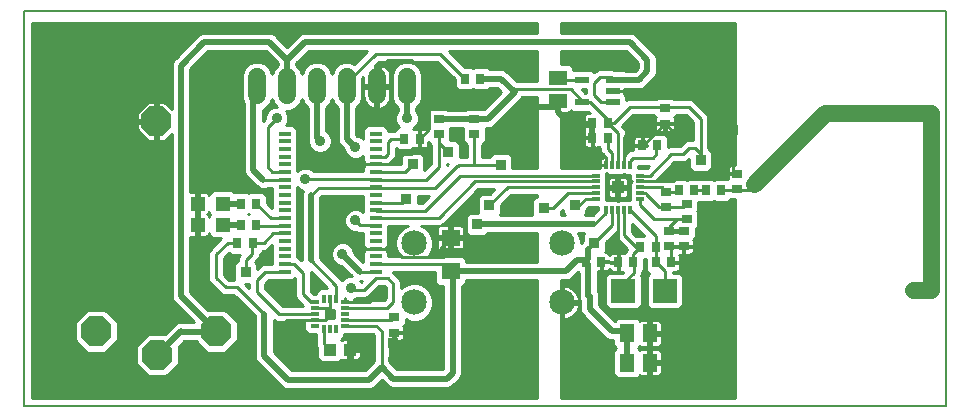
<source format=gtl>
G75*
G70*
%OFA0B0*%
%FSLAX24Y24*%
%IPPOS*%
%LPD*%
%AMOC8*
5,1,8,0,0,1.08239X$1,22.5*
%
%ADD10C,0.0080*%
%ADD11R,0.0276X0.0354*%
%ADD12R,0.0354X0.0276*%
%ADD13R,0.0472X0.0217*%
%ADD14R,0.0630X0.0551*%
%ADD15R,0.0394X0.0394*%
%ADD16R,0.0118X0.0256*%
%ADD17R,0.0256X0.0118*%
%ADD18C,0.0600*%
%ADD19OC8,0.1000*%
%ADD20R,0.0472X0.0472*%
%ADD21R,0.0394X0.0138*%
%ADD22R,0.0118X0.0315*%
%ADD23R,0.0315X0.0118*%
%ADD24R,0.0433X0.0394*%
%ADD25R,0.0512X0.0591*%
%ADD26C,0.0850*%
%ADD27R,0.0787X0.0787*%
%ADD28R,0.0591X0.0512*%
%ADD29C,0.0100*%
%ADD30C,0.0197*%
%ADD31C,0.0110*%
%ADD32R,0.0356X0.0356*%
%ADD33C,0.0356*%
%ADD34C,0.0098*%
%ADD35C,0.0200*%
%ADD36C,0.0160*%
%ADD37C,0.0559*%
D10*
X000150Y000181D02*
X000150Y013337D01*
X030885Y013337D01*
X030885Y000181D01*
X000150Y000181D01*
X019082Y008918D02*
X019438Y008563D01*
X019082Y008918D02*
X019082Y009118D01*
X021630Y006018D02*
X021630Y006018D01*
X021631Y006018D01*
X021638Y006018D01*
D11*
X021200Y005463D03*
X020688Y005463D03*
X020456Y004963D03*
X019944Y004963D03*
X019381Y004988D03*
X018869Y004988D03*
X021207Y004963D03*
X021718Y004963D03*
X021975Y007362D03*
X022487Y007362D03*
X022875Y007363D03*
X023386Y007363D03*
X021256Y008863D03*
X020744Y008863D03*
X019593Y009113D03*
X019082Y009113D03*
X019082Y009613D03*
X019593Y009613D03*
X015353Y011087D03*
X014841Y011087D03*
X013328Y009091D03*
X012816Y009091D03*
X007881Y006925D03*
X007369Y006925D03*
X007369Y006206D03*
X007881Y006206D03*
X007767Y005606D03*
X007255Y005606D03*
D12*
X012475Y003134D03*
X012475Y002622D03*
X021638Y005507D03*
X022137Y005507D03*
X022137Y006018D03*
X021638Y006018D03*
X022228Y006407D03*
X022228Y006918D03*
X021531Y006810D03*
X021531Y007322D03*
X023922Y007413D03*
X023922Y007925D03*
X021506Y009585D03*
X021506Y010097D03*
X015156Y009743D03*
X013969Y009743D03*
X013969Y009232D03*
X015156Y009232D03*
D13*
X018744Y010307D03*
X019768Y010307D03*
X019768Y010681D03*
X019768Y011055D03*
X018744Y011055D03*
D14*
X014357Y005777D03*
X014357Y004674D03*
D15*
X019938Y007463D03*
D16*
X019938Y006715D03*
X020135Y006715D03*
X020331Y006715D03*
X019741Y006715D03*
X019544Y006715D03*
X019544Y008211D03*
X019741Y008211D03*
X019938Y008211D03*
X020135Y008211D03*
X020331Y008211D03*
D17*
X020686Y007856D03*
X020686Y007660D03*
X020686Y007463D03*
X020686Y007266D03*
X020686Y007069D03*
X019190Y007069D03*
X019190Y007266D03*
X019190Y007463D03*
X019190Y007660D03*
X019190Y007856D03*
D18*
X012906Y010531D02*
X012906Y011131D01*
X011906Y011131D02*
X011906Y010531D01*
X010906Y010531D02*
X010906Y011131D01*
X009906Y011131D02*
X009906Y010531D01*
X008906Y010531D02*
X008906Y011131D01*
X007906Y011131D02*
X007906Y010531D01*
D19*
X004547Y009666D03*
X002547Y002666D03*
X004581Y001881D03*
X006547Y002666D03*
D20*
X006757Y006206D03*
X005930Y006206D03*
X005930Y006925D03*
X006757Y006925D03*
D21*
X008828Y006956D03*
X008828Y007212D03*
X008828Y007468D03*
X008828Y007724D03*
X008828Y007980D03*
X008828Y008236D03*
X008828Y008492D03*
X008828Y008748D03*
X008828Y009003D03*
X008828Y009259D03*
X011859Y009259D03*
X011859Y009003D03*
X011859Y008748D03*
X011859Y008492D03*
X011859Y008236D03*
X011859Y007980D03*
X011859Y007724D03*
X011859Y007468D03*
X011859Y007212D03*
X011859Y006956D03*
X011859Y006700D03*
X011859Y006444D03*
X011859Y006189D03*
X011859Y005933D03*
X011859Y005677D03*
X011859Y005421D03*
X011859Y005165D03*
X011859Y004909D03*
X011859Y004653D03*
X008828Y004653D03*
X008828Y004909D03*
X008828Y005165D03*
X008828Y005421D03*
X008828Y005677D03*
X008828Y005933D03*
X008828Y006189D03*
X008828Y006444D03*
X008828Y006700D03*
D22*
X010147Y003739D03*
X010344Y003739D03*
X010541Y003739D03*
X010541Y002736D03*
X010344Y002736D03*
X010147Y002736D03*
D23*
X009842Y002844D03*
X009842Y003041D03*
X009842Y003238D03*
X009842Y003434D03*
X009842Y003631D03*
X010846Y003631D03*
X010846Y003434D03*
X010846Y003238D03*
X010846Y003041D03*
X010846Y002844D03*
D24*
X011000Y002050D03*
X010331Y002050D03*
D25*
X020251Y001625D03*
X020999Y001625D03*
X020999Y002594D03*
X020251Y002594D03*
D26*
X018072Y003628D03*
X018072Y005596D03*
X013150Y005596D03*
X013150Y003628D03*
D27*
X020119Y004019D03*
X021497Y004019D03*
D28*
X017949Y010358D03*
X017949Y011106D03*
D29*
X018454Y011374D02*
X018454Y011449D01*
X018331Y011572D01*
X018050Y011572D01*
X018050Y012005D01*
X020201Y012005D01*
X020611Y011595D01*
X020611Y011457D01*
X020512Y011358D01*
X020190Y011358D01*
X020187Y011360D01*
X020105Y011360D01*
X020091Y011374D01*
X019802Y011374D01*
X019743Y011398D01*
X019292Y011398D01*
X019194Y011357D01*
X019139Y011302D01*
X019068Y011374D01*
X018454Y011374D01*
X018454Y011379D02*
X019247Y011379D01*
X019788Y011379D02*
X020533Y011379D01*
X020611Y011478D02*
X018425Y011478D01*
X018050Y011576D02*
X020611Y011576D01*
X020532Y011675D02*
X018050Y011675D01*
X018050Y011773D02*
X020433Y011773D01*
X020335Y011872D02*
X018050Y011872D01*
X018050Y011970D02*
X020236Y011970D01*
X020590Y012488D02*
X021094Y011985D01*
X021094Y011985D01*
X021181Y011898D01*
X021228Y011785D01*
X021228Y011268D01*
X021181Y011155D01*
X020814Y010789D01*
X020701Y010742D01*
X020190Y010742D01*
X020187Y010740D01*
X020154Y010740D01*
X020154Y010685D01*
X019772Y010685D01*
X019772Y010677D01*
X020154Y010677D01*
X020154Y010562D01*
X020214Y010502D01*
X020214Y010382D01*
X020277Y010408D01*
X021206Y010408D01*
X021242Y010444D01*
X021770Y010444D01*
X021806Y010408D01*
X022349Y010408D01*
X022445Y010369D01*
X022838Y009975D01*
X022911Y009902D01*
X022951Y009806D01*
X022951Y008765D01*
X022956Y008765D01*
X023079Y008642D01*
X023079Y008112D01*
X022956Y007989D01*
X022426Y007989D01*
X022303Y008112D01*
X022303Y008408D01*
X022248Y008353D01*
X022152Y008314D01*
X021814Y008314D01*
X021224Y007723D01*
X021442Y007723D01*
X021537Y007683D01*
X021551Y007669D01*
X021670Y007669D01*
X021750Y007750D01*
X022200Y007750D01*
X022231Y007718D01*
X022262Y007750D01*
X022650Y007750D01*
X022650Y007750D01*
X023099Y007750D01*
X023131Y007719D01*
X023162Y007750D01*
X023599Y007750D01*
X023595Y007767D01*
X023595Y007906D01*
X023850Y007906D01*
X023850Y007944D01*
X023595Y007944D01*
X023595Y008082D01*
X023605Y008120D01*
X023625Y008155D01*
X023652Y008183D01*
X023687Y008202D01*
X023725Y008212D01*
X023850Y008212D01*
X023850Y012950D01*
X018050Y012950D01*
X018050Y012622D01*
X020390Y012622D01*
X020503Y012575D01*
X020590Y012488D01*
X020590Y012488D01*
X020616Y012463D02*
X023850Y012463D01*
X023850Y012561D02*
X020518Y012561D01*
X020715Y012364D02*
X023850Y012364D01*
X023850Y012266D02*
X020813Y012266D01*
X020912Y012167D02*
X023850Y012167D01*
X023850Y012069D02*
X021010Y012069D01*
X021109Y011970D02*
X023850Y011970D01*
X023850Y011872D02*
X021192Y011872D01*
X021228Y011773D02*
X023850Y011773D01*
X023850Y011675D02*
X021228Y011675D01*
X021228Y011576D02*
X023850Y011576D01*
X023850Y011478D02*
X021228Y011478D01*
X021228Y011379D02*
X023850Y011379D01*
X023850Y011281D02*
X021228Y011281D01*
X021192Y011182D02*
X023850Y011182D01*
X023850Y011084D02*
X021109Y011084D01*
X021011Y010985D02*
X023850Y010985D01*
X023850Y010887D02*
X020912Y010887D01*
X020813Y010788D02*
X023850Y010788D01*
X023850Y010690D02*
X020154Y010690D01*
X020154Y010591D02*
X023850Y010591D01*
X023850Y010493D02*
X020214Y010493D01*
X020214Y010394D02*
X020242Y010394D01*
X020329Y010148D02*
X019793Y009613D01*
X019593Y009613D02*
X019593Y009707D01*
X018993Y010307D01*
X018744Y010307D01*
X018943Y009989D02*
X018421Y009989D01*
X018377Y010033D01*
X018364Y010010D01*
X018336Y009982D01*
X018302Y009962D01*
X018264Y009952D01*
X018050Y009952D01*
X018050Y008121D01*
X018971Y008121D01*
X018975Y008126D01*
X019335Y008126D01*
X019335Y008211D01*
X019472Y008211D01*
X019472Y008211D01*
X019335Y008211D01*
X019335Y008359D01*
X019345Y008397D01*
X019365Y008431D01*
X019393Y008459D01*
X019427Y008479D01*
X019465Y008489D01*
X019481Y008489D01*
X019481Y008501D01*
X019373Y008609D01*
X019333Y008705D01*
X019333Y008761D01*
X019291Y008803D01*
X019277Y008796D01*
X019239Y008785D01*
X019100Y008785D01*
X019100Y009094D01*
X019063Y009094D01*
X018794Y009094D01*
X018794Y008916D01*
X018804Y008877D01*
X018824Y008843D01*
X018852Y008815D01*
X018886Y008796D01*
X018924Y008785D01*
X019063Y008785D01*
X019063Y009094D01*
X019063Y009131D01*
X018794Y009131D01*
X018794Y009309D01*
X018804Y009348D01*
X018813Y009363D01*
X018804Y009377D01*
X018794Y009416D01*
X018794Y009594D01*
X019063Y009594D01*
X019063Y009631D01*
X018794Y009631D01*
X018794Y009809D01*
X018804Y009848D01*
X018824Y009882D01*
X018852Y009910D01*
X018886Y009929D01*
X018924Y009940D01*
X018993Y009940D01*
X018943Y009989D01*
X018844Y009902D02*
X018050Y009902D01*
X018050Y009803D02*
X018794Y009803D01*
X018794Y009705D02*
X018050Y009705D01*
X018050Y009606D02*
X019063Y009606D01*
X019063Y009594D02*
X019100Y009594D01*
X019100Y009440D01*
X019100Y009131D01*
X019063Y009131D01*
X019063Y009594D01*
X019063Y009508D02*
X019100Y009508D01*
X019100Y009409D02*
X019063Y009409D01*
X019063Y009311D02*
X019100Y009311D01*
X019100Y009212D02*
X019063Y009212D01*
X019082Y009118D02*
X019088Y009113D01*
X019082Y009113D01*
X019063Y009114D02*
X018050Y009114D01*
X018050Y009212D02*
X018794Y009212D01*
X018794Y009311D02*
X018050Y009311D01*
X018050Y009409D02*
X018796Y009409D01*
X018794Y009508D02*
X018050Y009508D01*
X018050Y009015D02*
X018794Y009015D01*
X018794Y008917D02*
X018050Y008917D01*
X018050Y008818D02*
X018849Y008818D01*
X019063Y008818D02*
X019100Y008818D01*
X019100Y008917D02*
X019063Y008917D01*
X019063Y009015D02*
X019100Y009015D01*
X019333Y008720D02*
X018050Y008720D01*
X018050Y008621D02*
X019368Y008621D01*
X019438Y008563D02*
X019544Y008456D01*
X019544Y008211D01*
X019741Y008211D02*
X019741Y008609D01*
X019593Y008757D01*
X019593Y009113D01*
X020125Y009157D02*
X020526Y009558D01*
X020351Y009803D02*
X021188Y009803D01*
X021197Y009794D02*
X021189Y009780D01*
X021179Y009742D01*
X021179Y009604D01*
X021487Y009604D01*
X021487Y009566D01*
X021179Y009566D01*
X021179Y009427D01*
X021189Y009389D01*
X021209Y009355D01*
X021237Y009327D01*
X021271Y009307D01*
X021309Y009297D01*
X021487Y009297D01*
X021487Y009566D01*
X021525Y009566D01*
X021525Y009604D01*
X021833Y009604D01*
X021833Y009742D01*
X021823Y009780D01*
X021815Y009794D01*
X021893Y009872D01*
X021893Y009888D01*
X022190Y009888D01*
X022431Y009647D01*
X022431Y009030D01*
X022246Y009030D01*
X022150Y008991D01*
X022077Y008918D01*
X021993Y008834D01*
X021655Y008834D01*
X021604Y008812D01*
X021604Y009127D01*
X021481Y009250D01*
X021031Y009250D01*
X020953Y009172D01*
X020940Y009179D01*
X020902Y009190D01*
X020763Y009190D01*
X020763Y008881D01*
X020908Y008881D01*
X020908Y008844D01*
X020763Y008844D01*
X020763Y008881D01*
X020725Y008881D01*
X020725Y008844D01*
X020456Y008844D01*
X020456Y008721D01*
X020385Y008721D01*
X020287Y008681D01*
X020203Y008596D01*
X020203Y009321D01*
X020162Y009418D01*
X020088Y009493D01*
X020064Y009516D01*
X020436Y009888D01*
X021119Y009888D01*
X021119Y009872D01*
X021197Y009794D01*
X021179Y009705D02*
X020253Y009705D01*
X020154Y009606D02*
X021179Y009606D01*
X021179Y009508D02*
X020073Y009508D01*
X020166Y009409D02*
X021184Y009409D01*
X021265Y009311D02*
X020203Y009311D01*
X020203Y009212D02*
X020993Y009212D01*
X020763Y009114D02*
X020725Y009114D01*
X020725Y009190D02*
X020725Y008881D01*
X020456Y008881D01*
X020456Y009059D01*
X020467Y009098D01*
X020486Y009132D01*
X020514Y009160D01*
X020548Y009179D01*
X020587Y009190D01*
X020725Y009190D01*
X020725Y009015D02*
X020763Y009015D01*
X020763Y008917D02*
X020725Y008917D01*
X020744Y008863D02*
X020784Y008863D01*
X021506Y009585D01*
X021730Y009361D01*
X022297Y009361D01*
X022431Y009409D02*
X021828Y009409D01*
X021833Y009427D02*
X021833Y009566D01*
X021525Y009566D01*
X021525Y009297D01*
X021703Y009297D01*
X021741Y009307D01*
X021775Y009327D01*
X021803Y009355D01*
X021823Y009389D01*
X021833Y009427D01*
X021833Y009508D02*
X022431Y009508D01*
X022431Y009606D02*
X021833Y009606D01*
X021833Y009705D02*
X022373Y009705D01*
X022275Y009803D02*
X021825Y009803D01*
X021525Y009508D02*
X021487Y009508D01*
X021487Y009409D02*
X021525Y009409D01*
X021525Y009311D02*
X021487Y009311D01*
X021518Y009212D02*
X022431Y009212D01*
X022431Y009114D02*
X021604Y009114D01*
X021604Y009015D02*
X022208Y009015D01*
X022076Y008917D02*
X021604Y008917D01*
X021604Y008818D02*
X021617Y008818D01*
X021707Y008574D02*
X022100Y008574D01*
X022297Y008770D01*
X022494Y008770D01*
X022691Y008574D01*
X022691Y009755D01*
X022297Y010148D01*
X021454Y010148D01*
X021506Y010097D01*
X021454Y010148D02*
X020329Y010148D01*
X018883Y010626D02*
X018848Y010626D01*
X018737Y010737D01*
X018883Y010737D01*
X018883Y010626D01*
X018883Y010690D02*
X018784Y010690D01*
X018410Y010000D02*
X018354Y010000D01*
X017250Y010000D02*
X016286Y010000D01*
X016384Y010099D02*
X017250Y010099D01*
X017250Y010197D02*
X016483Y010197D01*
X016581Y010296D02*
X017250Y010296D01*
X017250Y010394D02*
X016680Y010394D01*
X016665Y010379D02*
X016752Y010466D01*
X016757Y010480D01*
X017250Y010480D01*
X017250Y008121D01*
X016419Y008121D01*
X016419Y008471D01*
X016296Y008594D01*
X015766Y008594D01*
X015643Y008471D01*
X015421Y008471D01*
X015421Y008885D01*
X015543Y009007D01*
X015543Y009446D01*
X015666Y009446D01*
X015779Y009493D01*
X015866Y009580D01*
X016665Y010379D01*
X016054Y010641D02*
X015477Y010063D01*
X015448Y010063D01*
X015420Y010091D01*
X014892Y010091D01*
X014853Y010052D01*
X014272Y010052D01*
X014233Y010091D01*
X013705Y010091D01*
X013582Y009968D01*
X013582Y009519D01*
X013613Y009487D01*
X013582Y009456D01*
X013582Y009364D01*
X013558Y009388D01*
X013523Y009408D01*
X013485Y009418D01*
X013347Y009418D01*
X013347Y009110D01*
X013309Y009110D01*
X013309Y009418D01*
X013170Y009418D01*
X013132Y009408D01*
X013119Y009400D01*
X013093Y009426D01*
X013126Y009440D01*
X013235Y009549D01*
X013294Y009692D01*
X013294Y009846D01*
X013235Y009989D01*
X013215Y010009D01*
X013215Y010118D01*
X013339Y010242D01*
X013416Y010430D01*
X013416Y011233D01*
X013339Y011420D01*
X013195Y011564D01*
X013008Y011641D01*
X012805Y011641D01*
X012617Y011564D01*
X012474Y011420D01*
X012396Y011233D01*
X012396Y010430D01*
X012474Y010242D01*
X012598Y010118D01*
X012598Y010009D01*
X012577Y009989D01*
X012518Y009846D01*
X012518Y009692D01*
X012577Y009549D01*
X012648Y009478D01*
X012591Y009478D01*
X012469Y009356D01*
X012328Y009356D01*
X012266Y009330D01*
X012266Y009415D01*
X012143Y009538D01*
X011576Y009538D01*
X011453Y009415D01*
X011453Y009084D01*
X011407Y009129D01*
X011265Y009188D01*
X011236Y009188D01*
X011215Y009209D01*
X011215Y010118D01*
X011339Y010242D01*
X011416Y010430D01*
X011416Y011097D01*
X011456Y011137D01*
X011456Y010881D01*
X011856Y010881D01*
X011856Y010781D01*
X011456Y010781D01*
X011456Y010496D01*
X011467Y010426D01*
X011489Y010359D01*
X011521Y010295D01*
X011563Y010238D01*
X011613Y010188D01*
X011670Y010146D01*
X011734Y010114D01*
X011801Y010092D01*
X011856Y010084D01*
X011856Y010781D01*
X011956Y010781D01*
X011956Y010084D01*
X012012Y010092D01*
X012079Y010114D01*
X012142Y010146D01*
X012199Y010188D01*
X012249Y010238D01*
X012291Y010295D01*
X012323Y010359D01*
X012345Y010426D01*
X012356Y010496D01*
X012356Y010781D01*
X011956Y010781D01*
X011956Y010881D01*
X011856Y010881D01*
X011856Y011537D01*
X011974Y011655D01*
X013899Y011655D01*
X014493Y011060D01*
X014493Y010823D01*
X014617Y010700D01*
X015066Y010700D01*
X015097Y010731D01*
X015128Y010700D01*
X015578Y010700D01*
X015657Y010779D01*
X015916Y010779D01*
X016054Y010641D01*
X016005Y010690D02*
X013416Y010690D01*
X013416Y010788D02*
X014529Y010788D01*
X014493Y010887D02*
X013416Y010887D01*
X013416Y010985D02*
X014493Y010985D01*
X014470Y011084D02*
X013416Y011084D01*
X013416Y011182D02*
X014372Y011182D01*
X014273Y011281D02*
X013396Y011281D01*
X013356Y011379D02*
X014175Y011379D01*
X014076Y011478D02*
X013281Y011478D01*
X013165Y011576D02*
X013978Y011576D01*
X014530Y011773D02*
X017250Y011773D01*
X017250Y011675D02*
X014629Y011675D01*
X014727Y011576D02*
X017250Y011576D01*
X017250Y011478D02*
X014826Y011478D01*
X014829Y011475D02*
X014298Y012005D01*
X017250Y012005D01*
X017250Y010998D01*
X016655Y010998D01*
X016641Y011004D01*
X016563Y011004D01*
X016218Y011349D01*
X016105Y011396D01*
X015657Y011396D01*
X015578Y011475D01*
X015128Y011475D01*
X015097Y011443D01*
X015066Y011475D01*
X014829Y011475D01*
X014432Y011872D02*
X017250Y011872D01*
X017250Y011970D02*
X014333Y011970D01*
X012647Y011576D02*
X011975Y011576D01*
X011956Y011576D02*
X011895Y011576D01*
X011956Y011579D02*
X011956Y010881D01*
X012356Y010881D01*
X012356Y011167D01*
X012345Y011237D01*
X012323Y011304D01*
X012291Y011367D01*
X012249Y011424D01*
X012199Y011474D01*
X012142Y011516D01*
X012079Y011548D01*
X012012Y011570D01*
X011956Y011579D01*
X011956Y011478D02*
X011856Y011478D01*
X011856Y011379D02*
X011956Y011379D01*
X011956Y011281D02*
X011856Y011281D01*
X011856Y011182D02*
X011956Y011182D01*
X011956Y011084D02*
X011856Y011084D01*
X011856Y010985D02*
X011956Y010985D01*
X011956Y010887D02*
X011856Y010887D01*
X011856Y010788D02*
X011416Y010788D01*
X011416Y010690D02*
X011456Y010690D01*
X011456Y010591D02*
X011416Y010591D01*
X011416Y010493D02*
X011457Y010493D01*
X011478Y010394D02*
X011401Y010394D01*
X011361Y010296D02*
X011521Y010296D01*
X011604Y010197D02*
X011293Y010197D01*
X011215Y010099D02*
X011782Y010099D01*
X011856Y010099D02*
X011956Y010099D01*
X012031Y010099D02*
X012598Y010099D01*
X012589Y010000D02*
X011215Y010000D01*
X011215Y009902D02*
X012541Y009902D01*
X012518Y009803D02*
X011215Y009803D01*
X011215Y009705D02*
X012518Y009705D01*
X012554Y009606D02*
X011215Y009606D01*
X011215Y009508D02*
X011545Y009508D01*
X011453Y009409D02*
X011215Y009409D01*
X011215Y009311D02*
X011453Y009311D01*
X011453Y009212D02*
X011215Y009212D01*
X011423Y009114D02*
X011453Y009114D01*
X010799Y008752D02*
X010799Y008723D01*
X010858Y008580D01*
X010968Y008471D01*
X011110Y008412D01*
X011265Y008412D01*
X011407Y008471D01*
X011453Y008516D01*
X011453Y008336D01*
X011513Y008276D01*
X011513Y008236D01*
X011553Y008236D01*
X011553Y008236D01*
X011553Y008236D01*
X011513Y008236D01*
X011513Y008196D01*
X011453Y008136D01*
X011453Y008002D01*
X009796Y008002D01*
X009732Y008067D01*
X009590Y008126D01*
X009435Y008126D01*
X009293Y008067D01*
X009235Y008009D01*
X009235Y009415D01*
X009112Y009538D01*
X008881Y009538D01*
X008892Y009549D01*
X008951Y009692D01*
X008951Y009846D01*
X008892Y009989D01*
X008859Y010021D01*
X009008Y010021D01*
X009195Y010099D01*
X009339Y010242D01*
X009406Y010406D01*
X009474Y010242D01*
X009598Y010118D01*
X009598Y009042D01*
X009615Y009000D01*
X009615Y008929D01*
X009674Y008786D01*
X009783Y008677D01*
X009926Y008618D01*
X010080Y008618D01*
X010223Y008677D01*
X010332Y008786D01*
X010391Y008929D01*
X010391Y009083D01*
X010332Y009226D01*
X010223Y009335D01*
X010215Y009339D01*
X010215Y010118D01*
X010339Y010242D01*
X010406Y010406D01*
X010474Y010242D01*
X010598Y010118D01*
X010598Y009020D01*
X010645Y008907D01*
X010799Y008752D01*
X010801Y008720D02*
X010265Y008720D01*
X010345Y008818D02*
X010733Y008818D01*
X010641Y008917D02*
X010386Y008917D01*
X010391Y009015D02*
X010600Y009015D01*
X010598Y009114D02*
X010379Y009114D01*
X010338Y009212D02*
X010598Y009212D01*
X010598Y009311D02*
X010248Y009311D01*
X010215Y009409D02*
X010598Y009409D01*
X010598Y009508D02*
X010215Y009508D01*
X010215Y009606D02*
X010598Y009606D01*
X010598Y009705D02*
X010215Y009705D01*
X010215Y009803D02*
X010598Y009803D01*
X010598Y009902D02*
X010215Y009902D01*
X010215Y010000D02*
X010598Y010000D01*
X010598Y010099D02*
X010215Y010099D01*
X010293Y010197D02*
X010519Y010197D01*
X010452Y010296D02*
X010361Y010296D01*
X010401Y010394D02*
X010411Y010394D01*
X009598Y010099D02*
X009194Y010099D01*
X009293Y010197D02*
X009519Y010197D01*
X009452Y010296D02*
X009361Y010296D01*
X009401Y010394D02*
X009411Y010394D01*
X009598Y010000D02*
X008880Y010000D01*
X008928Y009902D02*
X009598Y009902D01*
X009598Y009803D02*
X008951Y009803D01*
X008951Y009705D02*
X009598Y009705D01*
X009598Y009606D02*
X008915Y009606D01*
X009143Y009508D02*
X009598Y009508D01*
X009598Y009409D02*
X009235Y009409D01*
X009235Y009311D02*
X009598Y009311D01*
X009598Y009212D02*
X009235Y009212D01*
X009235Y009114D02*
X009598Y009114D01*
X009609Y009015D02*
X009235Y009015D01*
X009235Y008917D02*
X009620Y008917D01*
X009661Y008818D02*
X009235Y008818D01*
X009235Y008720D02*
X009741Y008720D01*
X009919Y008621D02*
X009235Y008621D01*
X009235Y008523D02*
X010916Y008523D01*
X010842Y008621D02*
X010087Y008621D01*
X009235Y008424D02*
X011081Y008424D01*
X011294Y008424D02*
X011453Y008424D01*
X011463Y008326D02*
X009235Y008326D01*
X009235Y008227D02*
X011513Y008227D01*
X011453Y008129D02*
X009235Y008129D01*
X009235Y008030D02*
X009256Y008030D01*
X009769Y008030D02*
X011453Y008030D01*
X012273Y008245D02*
X012326Y008267D01*
X012408Y008349D01*
X012483Y008424D01*
X012706Y008424D01*
X012706Y008503D02*
X012706Y008245D01*
X012273Y008245D01*
X012385Y008326D02*
X012706Y008326D01*
X012706Y008503D02*
X012829Y008626D01*
X013359Y008626D01*
X013482Y008503D01*
X013482Y008032D01*
X013704Y008254D01*
X013704Y008885D01*
X013616Y008973D01*
X013616Y008894D01*
X013605Y008856D01*
X013586Y008821D01*
X013558Y008793D01*
X013523Y008774D01*
X013485Y008763D01*
X013347Y008763D01*
X013347Y009072D01*
X013309Y009072D01*
X013309Y008763D01*
X013170Y008763D01*
X013132Y008774D01*
X013119Y008781D01*
X013041Y008703D01*
X012591Y008703D01*
X012523Y008772D01*
X012523Y008521D01*
X012483Y008424D01*
X012523Y008523D02*
X012726Y008523D01*
X012824Y008621D02*
X012523Y008621D01*
X012523Y008720D02*
X012575Y008720D01*
X013057Y008720D02*
X013704Y008720D01*
X013704Y008818D02*
X013582Y008818D01*
X013616Y008917D02*
X013672Y008917D01*
X013347Y008917D02*
X013309Y008917D01*
X013309Y009015D02*
X013347Y009015D01*
X013347Y009114D02*
X013309Y009114D01*
X013309Y009212D02*
X013347Y009212D01*
X013347Y009311D02*
X013309Y009311D01*
X013309Y009409D02*
X013347Y009409D01*
X013518Y009409D02*
X013582Y009409D01*
X013593Y009508D02*
X013194Y009508D01*
X013138Y009409D02*
X013109Y009409D01*
X013259Y009606D02*
X013582Y009606D01*
X013582Y009705D02*
X013294Y009705D01*
X013294Y009803D02*
X013582Y009803D01*
X013582Y009902D02*
X013271Y009902D01*
X013224Y010000D02*
X013613Y010000D01*
X013293Y010197D02*
X015610Y010197D01*
X015512Y010099D02*
X013215Y010099D01*
X013361Y010296D02*
X015709Y010296D01*
X015807Y010394D02*
X013401Y010394D01*
X013416Y010493D02*
X015906Y010493D01*
X016004Y010591D02*
X013416Y010591D01*
X012519Y010197D02*
X012208Y010197D01*
X012291Y010296D02*
X012452Y010296D01*
X012411Y010394D02*
X012335Y010394D01*
X012356Y010493D02*
X012396Y010493D01*
X012396Y010591D02*
X012356Y010591D01*
X012356Y010690D02*
X012396Y010690D01*
X012396Y010788D02*
X011956Y010788D01*
X011956Y010690D02*
X011856Y010690D01*
X011856Y010591D02*
X011956Y010591D01*
X011956Y010493D02*
X011856Y010493D01*
X011856Y010394D02*
X011956Y010394D01*
X011956Y010296D02*
X011856Y010296D01*
X011856Y010197D02*
X011956Y010197D01*
X012174Y009508D02*
X012619Y009508D01*
X012522Y009409D02*
X012266Y009409D01*
X013309Y008818D02*
X013347Y008818D01*
X013363Y008621D02*
X013704Y008621D01*
X013704Y008523D02*
X013462Y008523D01*
X013482Y008424D02*
X013704Y008424D01*
X013704Y008326D02*
X013482Y008326D01*
X013482Y008227D02*
X013677Y008227D01*
X013579Y008129D02*
X013482Y008129D01*
X014234Y008221D02*
X014234Y008256D01*
X014268Y008256D01*
X014234Y008221D01*
X014234Y008227D02*
X014240Y008227D01*
X014669Y008471D02*
X014669Y008909D01*
X014546Y009032D01*
X014356Y009032D01*
X014356Y009435D01*
X014769Y009435D01*
X014769Y009007D01*
X014891Y008885D01*
X014891Y008471D01*
X014669Y008471D01*
X014669Y008523D02*
X014891Y008523D01*
X014891Y008621D02*
X014669Y008621D01*
X014669Y008720D02*
X014891Y008720D01*
X014891Y008818D02*
X014669Y008818D01*
X014662Y008917D02*
X014859Y008917D01*
X014769Y009015D02*
X014563Y009015D01*
X014769Y009114D02*
X014356Y009114D01*
X014356Y009212D02*
X014769Y009212D01*
X014769Y009311D02*
X014356Y009311D01*
X014356Y009409D02*
X014769Y009409D01*
X015543Y009409D02*
X017250Y009409D01*
X017250Y009311D02*
X015543Y009311D01*
X015543Y009212D02*
X017250Y009212D01*
X017250Y009114D02*
X015543Y009114D01*
X015543Y009015D02*
X017250Y009015D01*
X017250Y008917D02*
X015453Y008917D01*
X015421Y008818D02*
X017250Y008818D01*
X017250Y008720D02*
X015421Y008720D01*
X015421Y008621D02*
X017250Y008621D01*
X017250Y008523D02*
X016368Y008523D01*
X016419Y008424D02*
X017250Y008424D01*
X017250Y008326D02*
X016419Y008326D01*
X016419Y008227D02*
X017250Y008227D01*
X017250Y008129D02*
X016419Y008129D01*
X015694Y008523D02*
X015421Y008523D01*
X015643Y008471D02*
X015643Y008471D01*
X015793Y009508D02*
X017250Y009508D01*
X017250Y009606D02*
X015892Y009606D01*
X015990Y009705D02*
X017250Y009705D01*
X017250Y009803D02*
X016089Y009803D01*
X016187Y009902D02*
X017250Y009902D01*
X017250Y011084D02*
X016483Y011084D01*
X016385Y011182D02*
X017250Y011182D01*
X017250Y011281D02*
X016286Y011281D01*
X016145Y011379D02*
X017250Y011379D01*
X017250Y012622D02*
X009441Y012622D01*
X009327Y012575D01*
X009240Y012488D01*
X008911Y012159D01*
X008582Y012488D01*
X008496Y012575D01*
X008382Y012622D01*
X006094Y012622D01*
X005981Y012575D01*
X005193Y011788D01*
X005107Y011701D01*
X005060Y011588D01*
X005060Y010072D01*
X004816Y010316D01*
X004597Y010316D01*
X004597Y009716D01*
X004497Y009716D01*
X004497Y010316D01*
X004278Y010316D01*
X003897Y009935D01*
X003897Y009716D01*
X004497Y009716D01*
X004497Y009616D01*
X003897Y009616D01*
X003897Y009396D01*
X004278Y009016D01*
X004497Y009016D01*
X004497Y009616D01*
X004597Y009616D01*
X004597Y009016D01*
X004816Y009016D01*
X005060Y009259D01*
X005060Y003783D01*
X005107Y003670D01*
X005817Y002960D01*
X005469Y002960D01*
X005429Y002977D01*
X005307Y002977D01*
X005193Y002930D01*
X005178Y002914D01*
X005174Y002913D01*
X005087Y002826D01*
X005086Y002822D01*
X004855Y002591D01*
X004287Y002591D01*
X003871Y002175D01*
X003871Y001587D01*
X004287Y001171D01*
X004875Y001171D01*
X005291Y001587D01*
X005291Y002155D01*
X005476Y002340D01*
X005869Y002340D01*
X006253Y001956D01*
X006841Y001956D01*
X007257Y002372D01*
X007257Y002960D01*
X006841Y003376D01*
X006273Y003376D01*
X005677Y003973D01*
X005677Y005820D01*
X005880Y005820D01*
X005880Y006156D01*
X005980Y006156D01*
X005980Y005820D01*
X006186Y005820D01*
X006224Y005830D01*
X006259Y005850D01*
X006287Y005878D01*
X006306Y005912D01*
X006311Y005929D01*
X006311Y005883D01*
X006434Y005760D01*
X006707Y005760D01*
X006325Y005377D01*
X006284Y005280D01*
X006284Y004387D01*
X006325Y004290D01*
X006399Y004215D01*
X006711Y003903D01*
X006809Y003863D01*
X007152Y003863D01*
X007189Y003826D01*
X007219Y003813D01*
X007840Y003192D01*
X007840Y001788D01*
X007887Y001674D01*
X008687Y000874D01*
X008774Y000787D01*
X008888Y000740D01*
X011686Y000740D01*
X011800Y000787D01*
X012061Y001049D01*
X012279Y000831D01*
X012393Y000783D01*
X014288Y000783D01*
X014402Y000831D01*
X014489Y000918D01*
X014491Y000922D01*
X014685Y001115D01*
X014732Y001229D01*
X014732Y004189D01*
X014759Y004189D01*
X014882Y004312D01*
X014882Y004366D01*
X017250Y004366D01*
X017250Y000431D01*
X000400Y000431D01*
X000400Y012950D01*
X017250Y012950D01*
X017250Y012622D01*
X017250Y012660D02*
X000400Y012660D01*
X000400Y012758D02*
X017250Y012758D01*
X017250Y012857D02*
X000400Y012857D01*
X000400Y012561D02*
X005967Y012561D01*
X005868Y012463D02*
X000400Y012463D01*
X000400Y012364D02*
X005770Y012364D01*
X005671Y012266D02*
X000400Y012266D01*
X000400Y012167D02*
X005573Y012167D01*
X005474Y012069D02*
X000400Y012069D01*
X000400Y011970D02*
X005376Y011970D01*
X005277Y011872D02*
X000400Y011872D01*
X000400Y011773D02*
X005179Y011773D01*
X005096Y011675D02*
X000400Y011675D01*
X000400Y011576D02*
X005060Y011576D01*
X005060Y011478D02*
X000400Y011478D01*
X000400Y011379D02*
X005060Y011379D01*
X005060Y011281D02*
X000400Y011281D01*
X000400Y011182D02*
X005060Y011182D01*
X005060Y011084D02*
X000400Y011084D01*
X000400Y010985D02*
X005060Y010985D01*
X005060Y010887D02*
X000400Y010887D01*
X000400Y010788D02*
X005060Y010788D01*
X005060Y010690D02*
X000400Y010690D01*
X000400Y010591D02*
X005060Y010591D01*
X005060Y010493D02*
X000400Y010493D01*
X000400Y010394D02*
X005060Y010394D01*
X005060Y010296D02*
X004837Y010296D01*
X004935Y010197D02*
X005060Y010197D01*
X005060Y010099D02*
X005034Y010099D01*
X004597Y010099D02*
X004497Y010099D01*
X004497Y010197D02*
X004597Y010197D01*
X004597Y010296D02*
X004497Y010296D01*
X004258Y010296D02*
X000400Y010296D01*
X000400Y010197D02*
X004159Y010197D01*
X004061Y010099D02*
X000400Y010099D01*
X000400Y010000D02*
X003962Y010000D01*
X003897Y009902D02*
X000400Y009902D01*
X000400Y009803D02*
X003897Y009803D01*
X003897Y009606D02*
X000400Y009606D01*
X000400Y009508D02*
X003897Y009508D01*
X003897Y009409D02*
X000400Y009409D01*
X000400Y009311D02*
X003983Y009311D01*
X004082Y009212D02*
X000400Y009212D01*
X000400Y009114D02*
X004180Y009114D01*
X004497Y009114D02*
X004597Y009114D01*
X004597Y009212D02*
X004497Y009212D01*
X004497Y009311D02*
X004597Y009311D01*
X004597Y009409D02*
X004497Y009409D01*
X004497Y009508D02*
X004597Y009508D01*
X004597Y009606D02*
X004497Y009606D01*
X004497Y009705D02*
X000400Y009705D01*
X000400Y009015D02*
X005060Y009015D01*
X005060Y008917D02*
X000400Y008917D01*
X000400Y008818D02*
X005060Y008818D01*
X005060Y008720D02*
X000400Y008720D01*
X000400Y008621D02*
X005060Y008621D01*
X005060Y008523D02*
X000400Y008523D01*
X000400Y008424D02*
X005060Y008424D01*
X005060Y008326D02*
X000400Y008326D01*
X000400Y008227D02*
X005060Y008227D01*
X005060Y008129D02*
X000400Y008129D01*
X000400Y008030D02*
X005060Y008030D01*
X005060Y007932D02*
X000400Y007932D01*
X000400Y007833D02*
X005060Y007833D01*
X005060Y007735D02*
X000400Y007735D01*
X000400Y007636D02*
X005060Y007636D01*
X005060Y007538D02*
X000400Y007538D01*
X000400Y007439D02*
X005060Y007439D01*
X005060Y007341D02*
X000400Y007341D01*
X000400Y007242D02*
X005060Y007242D01*
X005060Y007144D02*
X000400Y007144D01*
X000400Y007045D02*
X005060Y007045D01*
X005060Y006947D02*
X000400Y006947D01*
X000400Y006848D02*
X005060Y006848D01*
X005060Y006750D02*
X000400Y006750D01*
X000400Y006651D02*
X005060Y006651D01*
X005060Y006553D02*
X000400Y006553D01*
X000400Y006454D02*
X005060Y006454D01*
X005060Y006356D02*
X000400Y006356D01*
X000400Y006257D02*
X005060Y006257D01*
X005060Y006159D02*
X000400Y006159D01*
X000400Y006060D02*
X005060Y006060D01*
X005060Y005962D02*
X000400Y005962D01*
X000400Y005863D02*
X005060Y005863D01*
X005060Y005765D02*
X000400Y005765D01*
X000400Y005666D02*
X005060Y005666D01*
X005060Y005568D02*
X000400Y005568D01*
X000400Y005469D02*
X005060Y005469D01*
X005060Y005371D02*
X000400Y005371D01*
X000400Y005272D02*
X005060Y005272D01*
X005060Y005174D02*
X000400Y005174D01*
X000400Y005075D02*
X005060Y005075D01*
X005060Y004977D02*
X000400Y004977D01*
X000400Y004878D02*
X005060Y004878D01*
X005060Y004780D02*
X000400Y004780D01*
X000400Y004681D02*
X005060Y004681D01*
X005060Y004583D02*
X000400Y004583D01*
X000400Y004484D02*
X005060Y004484D01*
X005060Y004386D02*
X000400Y004386D01*
X000400Y004287D02*
X005060Y004287D01*
X005060Y004189D02*
X000400Y004189D01*
X000400Y004090D02*
X005060Y004090D01*
X005060Y003992D02*
X000400Y003992D01*
X000400Y003893D02*
X005060Y003893D01*
X005060Y003795D02*
X000400Y003795D01*
X000400Y003696D02*
X005096Y003696D01*
X005179Y003598D02*
X000400Y003598D01*
X000400Y003499D02*
X005278Y003499D01*
X005376Y003401D02*
X000400Y003401D01*
X000400Y003302D02*
X002180Y003302D01*
X002253Y003376D02*
X001837Y002960D01*
X001837Y002372D01*
X002253Y001956D01*
X002841Y001956D01*
X003257Y002372D01*
X003257Y002960D01*
X002841Y003376D01*
X002253Y003376D01*
X002081Y003204D02*
X000400Y003204D01*
X000400Y003105D02*
X001983Y003105D01*
X001884Y003007D02*
X000400Y003007D01*
X000400Y002908D02*
X001837Y002908D01*
X001837Y002810D02*
X000400Y002810D01*
X000400Y002711D02*
X001837Y002711D01*
X001837Y002613D02*
X000400Y002613D01*
X000400Y002514D02*
X001837Y002514D01*
X001837Y002416D02*
X000400Y002416D01*
X000400Y002317D02*
X001892Y002317D01*
X001990Y002219D02*
X000400Y002219D01*
X000400Y002120D02*
X002089Y002120D01*
X002187Y002022D02*
X000400Y002022D01*
X000400Y001923D02*
X003871Y001923D01*
X003871Y001825D02*
X000400Y001825D01*
X000400Y001726D02*
X003871Y001726D01*
X003871Y001628D02*
X000400Y001628D01*
X000400Y001529D02*
X003928Y001529D01*
X004027Y001431D02*
X000400Y001431D01*
X000400Y001332D02*
X004125Y001332D01*
X004224Y001234D02*
X000400Y001234D01*
X000400Y001135D02*
X008427Y001135D01*
X008525Y001037D02*
X000400Y001037D01*
X000400Y000938D02*
X008624Y000938D01*
X008722Y000840D02*
X000400Y000840D01*
X000400Y000741D02*
X008886Y000741D01*
X009078Y001360D02*
X008460Y001978D01*
X008460Y003059D01*
X008506Y003013D01*
X008604Y002973D01*
X009474Y002973D01*
X009474Y002698D01*
X009597Y002575D01*
X009878Y002575D01*
X009878Y002491D01*
X009887Y002482D01*
X009887Y002182D01*
X009904Y002140D01*
X009904Y001766D01*
X010027Y001643D01*
X010634Y001643D01*
X010712Y001721D01*
X010726Y001713D01*
X010764Y001703D01*
X010952Y001703D01*
X010952Y002002D01*
X011049Y002002D01*
X011049Y002098D01*
X011367Y002098D01*
X011367Y002267D01*
X011357Y002305D01*
X011337Y002339D01*
X011309Y002367D01*
X011275Y002387D01*
X011237Y002397D01*
X011049Y002397D01*
X011049Y002098D01*
X010952Y002098D01*
X010952Y002397D01*
X010764Y002397D01*
X010726Y002387D01*
X010712Y002379D01*
X010705Y002386D01*
X010810Y002491D01*
X010810Y002575D01*
X011090Y002575D01*
X011094Y002579D01*
X011776Y002579D01*
X011796Y002558D01*
X011796Y001828D01*
X011801Y001816D01*
X011801Y001665D01*
X011798Y001663D01*
X011496Y001360D01*
X009078Y001360D01*
X009008Y001431D02*
X011566Y001431D01*
X011665Y001529D02*
X008909Y001529D01*
X008811Y001628D02*
X011763Y001628D01*
X011801Y001726D02*
X011297Y001726D01*
X011309Y001733D02*
X011337Y001761D01*
X011357Y001795D01*
X011367Y001833D01*
X011367Y002002D01*
X011049Y002002D01*
X011049Y001703D01*
X011237Y001703D01*
X011275Y001713D01*
X011309Y001733D01*
X011364Y001825D02*
X011797Y001825D01*
X011796Y001923D02*
X011367Y001923D01*
X011367Y002120D02*
X011796Y002120D01*
X011796Y002022D02*
X011049Y002022D01*
X011077Y001973D02*
X011000Y002050D01*
X010952Y002120D02*
X011049Y002120D01*
X011049Y002219D02*
X010952Y002219D01*
X010952Y002317D02*
X011049Y002317D01*
X011349Y002317D02*
X011796Y002317D01*
X011796Y002219D02*
X011367Y002219D01*
X011077Y001973D02*
X011077Y001684D01*
X010880Y001487D01*
X009108Y001487D01*
X008715Y001881D01*
X008715Y002865D01*
X008890Y003041D01*
X010178Y003041D01*
X010209Y003103D02*
X010209Y003372D01*
X010293Y003372D01*
X010344Y003423D01*
X010395Y003372D01*
X010478Y003372D01*
X010478Y003103D01*
X010293Y003103D01*
X010209Y003103D01*
X010209Y003105D02*
X010478Y003105D01*
X010478Y003204D02*
X010209Y003204D01*
X010209Y003302D02*
X010478Y003302D01*
X010366Y003401D02*
X010321Y003401D01*
X010846Y003703D02*
X010846Y003769D01*
X010846Y003703D01*
X010846Y003703D01*
X010846Y003769D02*
X010846Y003769D01*
X011145Y003740D02*
X011245Y003781D01*
X011523Y003781D01*
X011621Y003821D01*
X011695Y003896D01*
X011974Y004175D01*
X012148Y004175D01*
X012190Y004133D01*
X012190Y003762D01*
X012127Y003699D01*
X011153Y003699D01*
X011153Y003710D01*
X011145Y003740D01*
X011556Y003795D02*
X012190Y003795D01*
X012190Y003893D02*
X011692Y003893D01*
X011791Y003992D02*
X012190Y003992D01*
X012190Y004090D02*
X011889Y004090D01*
X011394Y004345D02*
X011367Y004317D01*
X011360Y004332D01*
X011348Y004345D01*
X011394Y004345D01*
X010914Y004484D02*
X010620Y004484D01*
X010718Y004386D02*
X010755Y004386D01*
X010737Y004367D02*
X010007Y005097D01*
X010007Y007129D01*
X010069Y007191D01*
X011453Y007191D01*
X011453Y006646D01*
X011407Y006692D01*
X011265Y006751D01*
X011110Y006751D01*
X010968Y006692D01*
X010858Y006582D01*
X010799Y006440D01*
X010799Y006285D01*
X010858Y006143D01*
X010968Y006033D01*
X011110Y005974D01*
X011211Y005974D01*
X011291Y005941D01*
X011453Y005941D01*
X011453Y005521D01*
X011513Y005461D01*
X011513Y005421D01*
X011553Y005421D01*
X011553Y005421D01*
X011553Y005421D01*
X011513Y005421D01*
X011513Y005381D01*
X011453Y005321D01*
X011453Y004980D01*
X011141Y005292D01*
X011141Y005321D01*
X011082Y005463D01*
X010973Y005573D01*
X010830Y005632D01*
X010676Y005632D01*
X010533Y005573D01*
X010424Y005463D01*
X010365Y005321D01*
X010365Y005166D01*
X010424Y005024D01*
X010533Y004915D01*
X010676Y004856D01*
X010705Y004856D01*
X011060Y004501D01*
X010954Y004501D01*
X010811Y004442D01*
X010737Y004367D01*
X010521Y004583D02*
X010978Y004583D01*
X010880Y004681D02*
X010423Y004681D01*
X010324Y004780D02*
X010781Y004780D01*
X010622Y004878D02*
X010226Y004878D01*
X010127Y004977D02*
X010471Y004977D01*
X010403Y005075D02*
X010029Y005075D01*
X010007Y005174D02*
X010365Y005174D01*
X010365Y005272D02*
X010007Y005272D01*
X010007Y005371D02*
X010386Y005371D01*
X010430Y005469D02*
X010007Y005469D01*
X010007Y005568D02*
X010528Y005568D01*
X010007Y005666D02*
X011453Y005666D01*
X011453Y005568D02*
X010978Y005568D01*
X011077Y005469D02*
X011504Y005469D01*
X011502Y005371D02*
X011121Y005371D01*
X011161Y005272D02*
X011453Y005272D01*
X011453Y005174D02*
X011260Y005174D01*
X011358Y005075D02*
X011453Y005075D01*
X012166Y005421D02*
X012166Y005421D01*
X012166Y005421D01*
X012206Y005421D01*
X012206Y005461D01*
X012266Y005521D01*
X012266Y006191D01*
X012927Y006191D01*
X012791Y006135D01*
X012612Y005956D01*
X012515Y005723D01*
X012515Y005470D01*
X012612Y005237D01*
X012675Y005174D01*
X012266Y005174D01*
X012266Y005321D01*
X012206Y005381D01*
X012206Y005421D01*
X012166Y005421D01*
X012215Y005469D02*
X012516Y005469D01*
X012475Y005425D02*
X012750Y005150D01*
X014150Y005150D01*
X014150Y005569D01*
X014357Y005777D01*
X014307Y005765D02*
X013768Y005765D01*
X013785Y005723D02*
X013689Y005956D01*
X013510Y006135D01*
X013373Y006191D01*
X013983Y006191D01*
X013950Y006172D01*
X013922Y006144D01*
X013903Y006110D01*
X013892Y006072D01*
X013892Y005827D01*
X014307Y005827D01*
X014307Y005727D01*
X013892Y005727D01*
X013892Y005481D01*
X013903Y005443D01*
X013922Y005409D01*
X013950Y005381D01*
X013984Y005361D01*
X014023Y005351D01*
X014307Y005351D01*
X014307Y005727D01*
X014407Y005727D01*
X014407Y005351D01*
X014692Y005351D01*
X014730Y005361D01*
X014764Y005381D01*
X014792Y005409D01*
X014812Y005443D01*
X014822Y005481D01*
X014822Y005727D01*
X014407Y005727D01*
X014407Y005827D01*
X014307Y005827D01*
X014307Y006202D01*
X014048Y006202D01*
X014119Y006232D01*
X014193Y006306D01*
X015282Y007395D01*
X015814Y007395D01*
X015670Y007251D01*
X015391Y007251D01*
X015268Y007128D01*
X015268Y006626D01*
X014985Y006626D01*
X014862Y006503D01*
X014862Y005972D01*
X014985Y005849D01*
X015515Y005849D01*
X015595Y005929D01*
X017250Y005929D01*
X017250Y004983D01*
X014882Y004983D01*
X014882Y005037D01*
X014759Y005160D01*
X014209Y005160D01*
X014175Y005174D01*
X013626Y005174D01*
X013689Y005237D01*
X013785Y005470D01*
X013785Y005723D01*
X013785Y005666D02*
X013892Y005666D01*
X013892Y005568D02*
X013785Y005568D01*
X013785Y005469D02*
X013896Y005469D01*
X013969Y005371D02*
X013744Y005371D01*
X013703Y005272D02*
X017250Y005272D01*
X017250Y005174D02*
X014177Y005174D01*
X014307Y005371D02*
X014407Y005371D01*
X014407Y005469D02*
X014307Y005469D01*
X014307Y005568D02*
X014407Y005568D01*
X014407Y005666D02*
X014307Y005666D01*
X014407Y005765D02*
X017250Y005765D01*
X017250Y005863D02*
X015529Y005863D01*
X014971Y005863D02*
X014822Y005863D01*
X014822Y005827D02*
X014407Y005827D01*
X014407Y006202D01*
X014692Y006202D01*
X014730Y006192D01*
X014764Y006172D01*
X014792Y006144D01*
X014812Y006110D01*
X014822Y006072D01*
X014822Y005827D01*
X014822Y005962D02*
X014873Y005962D01*
X014862Y006060D02*
X014822Y006060D01*
X014862Y006159D02*
X014778Y006159D01*
X014862Y006257D02*
X014144Y006257D01*
X014243Y006356D02*
X014862Y006356D01*
X014862Y006454D02*
X014341Y006454D01*
X014440Y006553D02*
X014912Y006553D01*
X014637Y006750D02*
X015268Y006750D01*
X015268Y006848D02*
X014735Y006848D01*
X014834Y006947D02*
X015268Y006947D01*
X015268Y007045D02*
X014932Y007045D01*
X015031Y007144D02*
X015284Y007144D01*
X015383Y007242D02*
X015129Y007242D01*
X015228Y007341D02*
X015760Y007341D01*
X016115Y006947D02*
X017081Y006947D01*
X017081Y007034D02*
X017081Y006546D01*
X015993Y006546D01*
X016044Y006597D01*
X016044Y006876D01*
X016366Y007198D01*
X017250Y007198D01*
X017250Y007157D01*
X017204Y007157D01*
X017081Y007034D01*
X017092Y007045D02*
X016214Y007045D01*
X016312Y007144D02*
X017190Y007144D01*
X017081Y006848D02*
X016044Y006848D01*
X016044Y006750D02*
X017081Y006750D01*
X017081Y006651D02*
X016044Y006651D01*
X015999Y006553D02*
X017081Y006553D01*
X018050Y006553D02*
X018157Y006553D01*
X018163Y006546D02*
X018050Y006546D01*
X018050Y006663D01*
X018112Y006725D01*
X018112Y006597D01*
X018163Y006546D01*
X018112Y006651D02*
X018050Y006651D01*
X018837Y006546D02*
X018888Y006597D01*
X018888Y006720D01*
X018972Y006803D01*
X018975Y006800D01*
X019275Y006800D01*
X019275Y006731D01*
X019090Y006546D01*
X018837Y006546D01*
X018843Y006553D02*
X019097Y006553D01*
X019195Y006651D02*
X018888Y006651D01*
X018918Y006750D02*
X019275Y006750D01*
X019528Y007053D02*
X019528Y007933D01*
X019535Y007933D01*
X019595Y007873D01*
X019887Y007873D01*
X020084Y007873D01*
X020135Y007924D01*
X020185Y007873D01*
X020348Y007873D01*
X020348Y007710D01*
X020399Y007660D01*
X020348Y007609D01*
X020348Y007053D01*
X019989Y007053D01*
X019938Y007002D01*
X019887Y007053D01*
X019528Y007053D01*
X019528Y007144D02*
X019653Y007144D01*
X019649Y007146D02*
X019683Y007126D01*
X019721Y007116D01*
X019889Y007116D01*
X019889Y007414D01*
X019591Y007414D01*
X019591Y007246D01*
X019601Y007208D01*
X019621Y007174D01*
X019649Y007146D01*
X019592Y007242D02*
X019528Y007242D01*
X019528Y007341D02*
X019591Y007341D01*
X019528Y007439D02*
X019889Y007439D01*
X019889Y007414D02*
X019889Y007511D01*
X019591Y007511D01*
X019591Y007679D01*
X019601Y007718D01*
X019621Y007752D01*
X019649Y007780D01*
X019683Y007799D01*
X019721Y007810D01*
X019889Y007810D01*
X019889Y007511D01*
X019986Y007511D01*
X020285Y007511D01*
X020285Y007679D01*
X020274Y007718D01*
X020255Y007752D01*
X020227Y007780D01*
X020192Y007799D01*
X020154Y007810D01*
X019986Y007810D01*
X019986Y007511D01*
X019986Y007414D01*
X019986Y007116D01*
X020154Y007116D01*
X020192Y007126D01*
X020227Y007146D01*
X020255Y007174D01*
X020274Y007208D01*
X020285Y007246D01*
X020285Y007414D01*
X019986Y007414D01*
X019889Y007414D01*
X019889Y007341D02*
X019986Y007341D01*
X019986Y007439D02*
X020348Y007439D01*
X020348Y007341D02*
X020285Y007341D01*
X020283Y007242D02*
X020348Y007242D01*
X020348Y007144D02*
X020223Y007144D01*
X019986Y007144D02*
X019889Y007144D01*
X019889Y007242D02*
X019986Y007242D01*
X019981Y007045D02*
X019895Y007045D01*
X020686Y007069D02*
X020686Y006864D01*
X021143Y006407D01*
X021904Y006407D01*
X022228Y006407D01*
X022615Y006454D02*
X023850Y006454D01*
X023850Y006356D02*
X022615Y006356D01*
X022615Y006257D02*
X023850Y006257D01*
X023850Y006159D02*
X022592Y006159D01*
X022615Y006182D02*
X022615Y006631D01*
X022584Y006662D01*
X022615Y006694D01*
X022615Y006975D01*
X022712Y006975D01*
X022712Y006976D01*
X023099Y006976D01*
X023131Y007007D01*
X023162Y006976D01*
X023611Y006976D01*
X023701Y007065D01*
X023850Y007065D01*
X023850Y000431D01*
X018050Y000431D01*
X018050Y003578D01*
X018122Y003578D01*
X018122Y003678D01*
X018646Y003678D01*
X018632Y003762D01*
X018604Y003848D01*
X018563Y003929D01*
X018510Y004002D01*
X018446Y004066D01*
X018373Y004120D01*
X018292Y004161D01*
X018206Y004189D01*
X018122Y004202D01*
X018122Y003678D01*
X018050Y003678D01*
X018050Y004366D01*
X018263Y004366D01*
X018376Y004413D01*
X018604Y004641D01*
X018642Y004602D01*
X018642Y003788D01*
X018687Y003680D01*
X018687Y003349D01*
X018734Y003236D01*
X019477Y002493D01*
X019563Y002407D01*
X019677Y002360D01*
X019785Y002360D01*
X019785Y002212D01*
X019887Y002109D01*
X019785Y002007D01*
X019785Y001243D01*
X019908Y001120D01*
X020594Y001120D01*
X020672Y001198D01*
X020685Y001190D01*
X020723Y001180D01*
X020949Y001180D01*
X020949Y001575D01*
X021049Y001575D01*
X021049Y001180D01*
X021275Y001180D01*
X021313Y001190D01*
X021347Y001210D01*
X021375Y001238D01*
X021395Y001272D01*
X021405Y001310D01*
X021405Y001575D01*
X021049Y001575D01*
X021049Y001675D01*
X021405Y001675D01*
X021405Y001940D01*
X021395Y001978D01*
X021375Y002012D01*
X021347Y002040D01*
X021313Y002060D01*
X021275Y002070D01*
X021049Y002070D01*
X021049Y001675D01*
X020949Y001675D01*
X020949Y002070D01*
X020723Y002070D01*
X020685Y002060D01*
X020672Y002052D01*
X020615Y002109D01*
X020672Y002166D01*
X020685Y002159D01*
X020723Y002149D01*
X020949Y002149D01*
X020949Y002544D01*
X021049Y002544D01*
X021049Y002644D01*
X020949Y002644D01*
X020949Y003039D01*
X020723Y003039D01*
X020685Y003029D01*
X020672Y003021D01*
X020594Y003099D01*
X019908Y003099D01*
X019826Y003017D01*
X019304Y003538D01*
X019304Y003911D01*
X019259Y004019D01*
X019259Y004660D01*
X019362Y004660D01*
X019362Y004969D01*
X019400Y004969D01*
X019400Y005006D01*
X019656Y005006D01*
X019656Y004981D01*
X019925Y004981D01*
X019925Y004944D01*
X019669Y004944D01*
X019669Y004969D01*
X019400Y004969D01*
X019400Y004660D01*
X019538Y004660D01*
X019577Y004671D01*
X019611Y004690D01*
X019639Y004718D01*
X019658Y004752D01*
X019659Y004755D01*
X019667Y004727D01*
X019686Y004693D01*
X019714Y004665D01*
X019748Y004646D01*
X019787Y004635D01*
X019925Y004635D01*
X019925Y004944D01*
X019963Y004944D01*
X019963Y004635D01*
X020102Y004635D01*
X020122Y004641D01*
X020104Y004622D01*
X019638Y004622D01*
X019515Y004499D01*
X019515Y003538D01*
X019638Y003415D01*
X020600Y003415D01*
X020723Y003538D01*
X020723Y004499D01*
X020713Y004509D01*
X020734Y004560D01*
X020734Y004628D01*
X020804Y004698D01*
X020804Y005075D01*
X020859Y005075D01*
X020859Y004698D01*
X020975Y004582D01*
X020893Y004499D01*
X020893Y003538D01*
X021016Y003415D01*
X021977Y003415D01*
X022101Y003538D01*
X022101Y004499D01*
X021977Y004622D01*
X021762Y004622D01*
X021762Y004635D01*
X021876Y004635D01*
X021914Y004646D01*
X021948Y004665D01*
X021976Y004693D01*
X021996Y004727D01*
X022006Y004766D01*
X022006Y004944D01*
X021737Y004944D01*
X021737Y004981D01*
X022006Y004981D01*
X022006Y005159D01*
X021996Y005198D01*
X021984Y005219D01*
X022118Y005219D01*
X022118Y005488D01*
X021810Y005488D01*
X021810Y005488D01*
X021656Y005488D01*
X021656Y005525D01*
X021965Y005525D01*
X021965Y005525D01*
X022118Y005525D01*
X022118Y005488D01*
X022156Y005488D01*
X022156Y005525D01*
X022464Y005525D01*
X022464Y005664D01*
X022454Y005702D01*
X022446Y005716D01*
X022524Y005794D01*
X022524Y006091D01*
X022615Y006182D01*
X022524Y006060D02*
X023850Y006060D01*
X023850Y005962D02*
X022524Y005962D01*
X022524Y005863D02*
X023850Y005863D01*
X023850Y005765D02*
X022495Y005765D01*
X022464Y005666D02*
X023850Y005666D01*
X023850Y005568D02*
X022464Y005568D01*
X022464Y005488D02*
X022156Y005488D01*
X022156Y005219D01*
X022334Y005219D01*
X022372Y005229D01*
X022407Y005249D01*
X022434Y005277D01*
X022454Y005311D01*
X022464Y005349D01*
X022464Y005488D01*
X022464Y005469D02*
X023850Y005469D01*
X023850Y005371D02*
X022464Y005371D01*
X022430Y005272D02*
X023850Y005272D01*
X023850Y005174D02*
X022002Y005174D01*
X022006Y005075D02*
X023850Y005075D01*
X023850Y004977D02*
X021737Y004977D01*
X022006Y004878D02*
X023850Y004878D01*
X023850Y004780D02*
X022006Y004780D01*
X021964Y004681D02*
X023850Y004681D01*
X023850Y004583D02*
X022017Y004583D01*
X022101Y004484D02*
X023850Y004484D01*
X023850Y004386D02*
X022101Y004386D01*
X022101Y004287D02*
X023850Y004287D01*
X023850Y004189D02*
X022101Y004189D01*
X022101Y004090D02*
X023850Y004090D01*
X023850Y003992D02*
X022101Y003992D01*
X022101Y003893D02*
X023850Y003893D01*
X023850Y003795D02*
X022101Y003795D01*
X022101Y003696D02*
X023850Y003696D01*
X023850Y003598D02*
X022101Y003598D01*
X022061Y003499D02*
X023850Y003499D01*
X023850Y003401D02*
X019442Y003401D01*
X019343Y003499D02*
X019554Y003499D01*
X019515Y003598D02*
X019304Y003598D01*
X019304Y003696D02*
X019515Y003696D01*
X019515Y003795D02*
X019304Y003795D01*
X019304Y003893D02*
X019515Y003893D01*
X019515Y003992D02*
X019270Y003992D01*
X019259Y004090D02*
X019515Y004090D01*
X019515Y004189D02*
X019259Y004189D01*
X019259Y004287D02*
X019515Y004287D01*
X019515Y004386D02*
X019259Y004386D01*
X019259Y004484D02*
X019515Y004484D01*
X019598Y004583D02*
X019259Y004583D01*
X019362Y004681D02*
X019400Y004681D01*
X019400Y004780D02*
X019362Y004780D01*
X019362Y004878D02*
X019400Y004878D01*
X019406Y004963D02*
X019381Y004988D01*
X019400Y004977D02*
X019925Y004977D01*
X019925Y004981D02*
X019925Y005290D01*
X019787Y005290D01*
X019748Y005279D01*
X019714Y005260D01*
X019686Y005232D01*
X019667Y005198D01*
X019666Y005195D01*
X019658Y005223D01*
X019639Y005257D01*
X019611Y005285D01*
X019577Y005304D01*
X019538Y005315D01*
X019495Y005315D01*
X019536Y005356D01*
X019536Y005634D01*
X019891Y005990D01*
X019891Y005810D01*
X019932Y005712D01*
X020247Y005397D01*
X020231Y005381D01*
X020209Y005328D01*
X020153Y005272D01*
X020140Y005279D01*
X020102Y005290D01*
X019963Y005290D01*
X019963Y004981D01*
X019925Y004981D01*
X019944Y004963D02*
X019406Y004963D01*
X019595Y004681D02*
X019698Y004681D01*
X019925Y004681D02*
X019963Y004681D01*
X019963Y004780D02*
X019925Y004780D01*
X019925Y004878D02*
X019963Y004878D01*
X019963Y005075D02*
X019925Y005075D01*
X019925Y005174D02*
X019963Y005174D01*
X019963Y005272D02*
X019925Y005272D01*
X019736Y005272D02*
X019623Y005272D01*
X019536Y005371D02*
X020227Y005371D01*
X020175Y005469D02*
X019536Y005469D01*
X019536Y005568D02*
X020076Y005568D01*
X019978Y005666D02*
X019568Y005666D01*
X019666Y005765D02*
X019910Y005765D01*
X019891Y005863D02*
X019765Y005863D01*
X019863Y005962D02*
X019891Y005962D01*
X020421Y005972D02*
X020421Y006250D01*
X020822Y005850D01*
X020544Y005850D01*
X020421Y005972D01*
X020432Y005962D02*
X020710Y005962D01*
X020611Y006060D02*
X020421Y006060D01*
X020421Y006159D02*
X020513Y006159D01*
X020531Y005863D02*
X020808Y005863D01*
X022118Y005469D02*
X022156Y005469D01*
X022156Y005371D02*
X022118Y005371D01*
X022118Y005272D02*
X022156Y005272D01*
X023281Y005030D02*
X023478Y005227D01*
X020975Y004583D02*
X020734Y004583D01*
X020723Y004484D02*
X020893Y004484D01*
X020893Y004386D02*
X020723Y004386D01*
X020723Y004287D02*
X020893Y004287D01*
X020893Y004189D02*
X020723Y004189D01*
X020723Y004090D02*
X020893Y004090D01*
X020893Y003992D02*
X020723Y003992D01*
X020723Y003893D02*
X020893Y003893D01*
X020893Y003795D02*
X020723Y003795D01*
X020723Y003696D02*
X020893Y003696D01*
X020893Y003598D02*
X020723Y003598D01*
X020683Y003499D02*
X020932Y003499D01*
X021049Y003039D02*
X021049Y002644D01*
X021405Y002644D01*
X021405Y002909D01*
X021395Y002947D01*
X021375Y002981D01*
X021347Y003009D01*
X021313Y003029D01*
X021275Y003039D01*
X021049Y003039D01*
X021049Y003007D02*
X020949Y003007D01*
X020949Y002908D02*
X021049Y002908D01*
X021049Y002810D02*
X020949Y002810D01*
X020949Y002711D02*
X021049Y002711D01*
X021049Y002613D02*
X023850Y002613D01*
X023850Y002711D02*
X021405Y002711D01*
X021405Y002810D02*
X023850Y002810D01*
X023850Y002908D02*
X021405Y002908D01*
X021350Y003007D02*
X023850Y003007D01*
X023850Y003105D02*
X019737Y003105D01*
X019639Y003204D02*
X023850Y003204D01*
X023850Y003302D02*
X019540Y003302D01*
X018964Y003007D02*
X018050Y003007D01*
X018122Y003054D02*
X018206Y003067D01*
X018292Y003095D01*
X018373Y003136D01*
X018446Y003189D01*
X018510Y003253D01*
X018563Y003326D01*
X018604Y003407D01*
X018632Y003493D01*
X018646Y003578D01*
X018122Y003578D01*
X018122Y003054D01*
X018122Y003105D02*
X018050Y003105D01*
X018050Y003204D02*
X018122Y003204D01*
X018122Y003302D02*
X018050Y003302D01*
X018050Y003401D02*
X018122Y003401D01*
X018122Y003499D02*
X018050Y003499D01*
X018122Y003598D02*
X018687Y003598D01*
X018680Y003696D02*
X018643Y003696D01*
X018642Y003795D02*
X018622Y003795D01*
X018642Y003893D02*
X018582Y003893D01*
X018642Y003992D02*
X018518Y003992D01*
X018414Y004090D02*
X018642Y004090D01*
X018642Y004189D02*
X018207Y004189D01*
X018122Y004189D02*
X018050Y004189D01*
X018050Y004287D02*
X018642Y004287D01*
X018642Y004386D02*
X018310Y004386D01*
X018447Y004484D02*
X018642Y004484D01*
X018642Y004583D02*
X018545Y004583D01*
X018122Y004090D02*
X018050Y004090D01*
X018050Y003992D02*
X018122Y003992D01*
X018122Y003893D02*
X018050Y003893D01*
X018050Y003795D02*
X018122Y003795D01*
X018122Y003696D02*
X018050Y003696D01*
X018633Y003499D02*
X018687Y003499D01*
X018687Y003401D02*
X018601Y003401D01*
X018546Y003302D02*
X018707Y003302D01*
X018767Y003204D02*
X018461Y003204D01*
X018312Y003105D02*
X018865Y003105D01*
X019062Y002908D02*
X018050Y002908D01*
X018050Y002810D02*
X019161Y002810D01*
X019259Y002711D02*
X018050Y002711D01*
X018050Y002613D02*
X019358Y002613D01*
X019456Y002514D02*
X018050Y002514D01*
X018050Y002416D02*
X019555Y002416D01*
X019785Y002317D02*
X018050Y002317D01*
X018050Y002219D02*
X019785Y002219D01*
X019877Y002120D02*
X018050Y002120D01*
X018050Y002022D02*
X019799Y002022D01*
X019785Y001923D02*
X018050Y001923D01*
X018050Y001825D02*
X019785Y001825D01*
X019785Y001726D02*
X018050Y001726D01*
X018050Y001628D02*
X019785Y001628D01*
X019785Y001529D02*
X018050Y001529D01*
X018050Y001431D02*
X019785Y001431D01*
X019785Y001332D02*
X018050Y001332D01*
X018050Y001234D02*
X019794Y001234D01*
X019893Y001135D02*
X018050Y001135D01*
X018050Y001037D02*
X023850Y001037D01*
X023850Y001135D02*
X020609Y001135D01*
X020949Y001234D02*
X021049Y001234D01*
X021049Y001332D02*
X020949Y001332D01*
X020949Y001431D02*
X021049Y001431D01*
X021049Y001529D02*
X020949Y001529D01*
X021049Y001628D02*
X023850Y001628D01*
X023850Y001726D02*
X021405Y001726D01*
X021405Y001825D02*
X023850Y001825D01*
X023850Y001923D02*
X021405Y001923D01*
X021366Y002022D02*
X023850Y002022D01*
X023850Y002120D02*
X020625Y002120D01*
X020949Y002022D02*
X021049Y002022D01*
X021049Y001923D02*
X020949Y001923D01*
X020949Y001825D02*
X021049Y001825D01*
X021049Y001726D02*
X020949Y001726D01*
X021405Y001529D02*
X023850Y001529D01*
X023850Y001431D02*
X021405Y001431D01*
X021405Y001332D02*
X023850Y001332D01*
X023850Y001234D02*
X021371Y001234D01*
X021275Y002149D02*
X021049Y002149D01*
X021049Y002544D01*
X021405Y002544D01*
X021405Y002279D01*
X021395Y002241D01*
X021375Y002206D01*
X021347Y002178D01*
X021313Y002159D01*
X021275Y002149D01*
X021382Y002219D02*
X023850Y002219D01*
X023850Y002317D02*
X021405Y002317D01*
X021405Y002416D02*
X023850Y002416D01*
X023850Y002514D02*
X021405Y002514D01*
X021049Y002514D02*
X020949Y002514D01*
X020949Y002416D02*
X021049Y002416D01*
X021049Y002317D02*
X020949Y002317D01*
X020949Y002219D02*
X021049Y002219D01*
X020251Y002594D02*
X020177Y002668D01*
X018754Y001487D02*
X018360Y001881D01*
X017250Y001923D02*
X014732Y001923D01*
X014732Y001825D02*
X017250Y001825D01*
X017250Y001726D02*
X014732Y001726D01*
X014732Y001628D02*
X017250Y001628D01*
X017250Y001529D02*
X014732Y001529D01*
X014732Y001431D02*
X017250Y001431D01*
X017250Y001332D02*
X014732Y001332D01*
X014732Y001234D02*
X017250Y001234D01*
X017250Y001135D02*
X014693Y001135D01*
X014606Y001037D02*
X017250Y001037D01*
X017250Y000938D02*
X014507Y000938D01*
X014411Y000840D02*
X017250Y000840D01*
X017250Y000741D02*
X011688Y000741D01*
X011852Y000840D02*
X012270Y000840D01*
X012172Y000938D02*
X011950Y000938D01*
X012049Y001037D02*
X012073Y001037D01*
X012061Y001487D02*
X012061Y001881D01*
X012321Y001816D02*
X012321Y001665D01*
X012583Y001403D01*
X014100Y001403D01*
X014115Y001418D01*
X014115Y004189D01*
X013955Y004189D01*
X013832Y004312D01*
X013832Y004644D01*
X012428Y004644D01*
X012483Y004590D01*
X012483Y004590D01*
X012605Y004468D01*
X012605Y004468D01*
X012679Y004393D01*
X012720Y004296D01*
X012720Y004095D01*
X012791Y004166D01*
X013024Y004263D01*
X013277Y004263D01*
X013510Y004166D01*
X013689Y003987D01*
X013785Y003754D01*
X013785Y003501D01*
X013689Y003268D01*
X013510Y003089D01*
X013277Y002993D01*
X013024Y002993D01*
X012862Y003060D01*
X012862Y002909D01*
X012784Y002831D01*
X012792Y002818D01*
X012802Y002780D01*
X012802Y002641D01*
X012494Y002641D01*
X012494Y002603D01*
X012802Y002603D01*
X012802Y002465D01*
X012792Y002426D01*
X012772Y002392D01*
X012744Y002364D01*
X012710Y002345D01*
X012672Y002334D01*
X012494Y002334D01*
X012494Y002603D01*
X012456Y002603D01*
X012456Y002334D01*
X012326Y002334D01*
X012326Y001828D01*
X012321Y001816D01*
X012325Y001825D02*
X014115Y001825D01*
X014115Y001923D02*
X012326Y001923D01*
X012326Y002022D02*
X014115Y002022D01*
X014115Y002120D02*
X012326Y002120D01*
X012326Y002219D02*
X014115Y002219D01*
X014115Y002317D02*
X012326Y002317D01*
X012456Y002416D02*
X012494Y002416D01*
X012494Y002514D02*
X012456Y002514D01*
X012494Y002613D02*
X014115Y002613D01*
X014115Y002711D02*
X012802Y002711D01*
X012794Y002810D02*
X014115Y002810D01*
X014115Y002908D02*
X012861Y002908D01*
X012862Y003007D02*
X012991Y003007D01*
X013310Y003007D02*
X014115Y003007D01*
X014115Y003105D02*
X013526Y003105D01*
X013624Y003204D02*
X014115Y003204D01*
X014115Y003302D02*
X013703Y003302D01*
X013744Y003401D02*
X014115Y003401D01*
X014115Y003499D02*
X013784Y003499D01*
X013785Y003598D02*
X014115Y003598D01*
X014115Y003696D02*
X013785Y003696D01*
X013769Y003795D02*
X014115Y003795D01*
X014115Y003893D02*
X013728Y003893D01*
X013685Y003992D02*
X014115Y003992D01*
X014115Y004090D02*
X013586Y004090D01*
X013456Y004189D02*
X014115Y004189D01*
X013857Y004287D02*
X012720Y004287D01*
X012720Y004189D02*
X012845Y004189D01*
X012682Y004386D02*
X013832Y004386D01*
X013832Y004484D02*
X012588Y004484D01*
X012490Y004583D02*
X013832Y004583D01*
X014732Y004189D02*
X017250Y004189D01*
X017250Y004287D02*
X014857Y004287D01*
X014732Y004090D02*
X017250Y004090D01*
X017250Y003992D02*
X014732Y003992D01*
X014732Y003893D02*
X017250Y003893D01*
X017250Y003795D02*
X014732Y003795D01*
X014732Y003696D02*
X017250Y003696D01*
X017250Y003598D02*
X014732Y003598D01*
X014732Y003499D02*
X017250Y003499D01*
X017250Y003401D02*
X014732Y003401D01*
X014732Y003302D02*
X017250Y003302D01*
X017250Y003204D02*
X014732Y003204D01*
X014732Y003105D02*
X017250Y003105D01*
X017250Y003007D02*
X014732Y003007D01*
X014732Y002908D02*
X017250Y002908D01*
X017250Y002810D02*
X014732Y002810D01*
X014732Y002711D02*
X017250Y002711D01*
X017250Y002613D02*
X014732Y002613D01*
X014732Y002514D02*
X017250Y002514D01*
X017250Y002416D02*
X014732Y002416D01*
X014732Y002317D02*
X017250Y002317D01*
X017250Y002219D02*
X014732Y002219D01*
X014732Y002120D02*
X017250Y002120D01*
X017250Y002022D02*
X014732Y002022D01*
X015050Y001750D02*
X015150Y001850D01*
X015750Y001850D01*
X015650Y001750D01*
X015050Y001750D01*
X014115Y001726D02*
X012321Y001726D01*
X012359Y001628D02*
X014115Y001628D01*
X014115Y001529D02*
X012457Y001529D01*
X012556Y001431D02*
X014115Y001431D01*
X013350Y001850D02*
X013050Y001550D01*
X012786Y002416D02*
X014115Y002416D01*
X014115Y002514D02*
X012802Y002514D01*
X011796Y002514D02*
X010810Y002514D01*
X010734Y002416D02*
X011796Y002416D01*
X011049Y001923D02*
X010952Y001923D01*
X010952Y001825D02*
X011049Y001825D01*
X011049Y001726D02*
X010952Y001726D01*
X010331Y002050D02*
X010147Y002234D01*
X010147Y002736D01*
X009878Y002514D02*
X008460Y002514D01*
X008460Y002416D02*
X009887Y002416D01*
X009887Y002317D02*
X008460Y002317D01*
X008460Y002219D02*
X009887Y002219D01*
X009904Y002120D02*
X008460Y002120D01*
X008460Y002022D02*
X009904Y002022D01*
X009904Y001923D02*
X008515Y001923D01*
X008614Y001825D02*
X009904Y001825D01*
X009945Y001726D02*
X008712Y001726D01*
X008131Y001431D02*
X005135Y001431D01*
X005233Y001529D02*
X008033Y001529D01*
X007934Y001628D02*
X005291Y001628D01*
X005291Y001726D02*
X007866Y001726D01*
X007840Y001825D02*
X005291Y001825D01*
X005291Y001923D02*
X007840Y001923D01*
X007840Y002022D02*
X006907Y002022D01*
X007006Y002120D02*
X007840Y002120D01*
X007840Y002219D02*
X007104Y002219D01*
X007203Y002317D02*
X007840Y002317D01*
X007840Y002416D02*
X007257Y002416D01*
X007257Y002514D02*
X007840Y002514D01*
X007840Y002613D02*
X007257Y002613D01*
X007257Y002711D02*
X007840Y002711D01*
X007840Y002810D02*
X007257Y002810D01*
X007257Y002908D02*
X007840Y002908D01*
X007840Y003007D02*
X007210Y003007D01*
X007112Y003105D02*
X007840Y003105D01*
X007829Y003204D02*
X007013Y003204D01*
X006915Y003302D02*
X007730Y003302D01*
X007632Y003401D02*
X006249Y003401D01*
X006150Y003499D02*
X007533Y003499D01*
X007435Y003598D02*
X006052Y003598D01*
X005953Y003696D02*
X007336Y003696D01*
X007238Y003795D02*
X005855Y003795D01*
X005756Y003893D02*
X006735Y003893D01*
X006623Y003992D02*
X005677Y003992D01*
X005677Y004090D02*
X006524Y004090D01*
X006426Y004189D02*
X005677Y004189D01*
X005677Y004287D02*
X006327Y004287D01*
X006285Y004386D02*
X005677Y004386D01*
X005677Y004484D02*
X006284Y004484D01*
X006284Y004583D02*
X005677Y004583D01*
X005677Y004681D02*
X006284Y004681D01*
X006284Y004780D02*
X005677Y004780D01*
X005677Y004878D02*
X006284Y004878D01*
X006284Y004977D02*
X005677Y004977D01*
X005677Y005075D02*
X006284Y005075D01*
X006284Y005174D02*
X005677Y005174D01*
X005677Y005272D02*
X006284Y005272D01*
X006322Y005371D02*
X005677Y005371D01*
X005677Y005469D02*
X006416Y005469D01*
X006515Y005568D02*
X005677Y005568D01*
X005677Y005666D02*
X006613Y005666D01*
X006429Y005765D02*
X005677Y005765D01*
X005880Y005863D02*
X005980Y005863D01*
X005980Y005962D02*
X005880Y005962D01*
X005880Y006060D02*
X005980Y006060D01*
X005980Y006256D02*
X005880Y006256D01*
X005880Y006539D01*
X005880Y006875D01*
X005980Y006875D01*
X005980Y006256D01*
X005980Y006257D02*
X005880Y006257D01*
X005880Y006356D02*
X005980Y006356D01*
X005980Y006454D02*
X005880Y006454D01*
X005880Y006553D02*
X005980Y006553D01*
X005980Y006651D02*
X005880Y006651D01*
X005880Y006750D02*
X005980Y006750D01*
X005980Y006848D02*
X005880Y006848D01*
X005880Y006975D02*
X005880Y007311D01*
X005677Y007311D01*
X005677Y011399D01*
X006283Y012005D01*
X008193Y012005D01*
X008603Y011595D01*
X008603Y011549D01*
X008474Y011420D01*
X008406Y011257D01*
X008339Y011420D01*
X008195Y011564D01*
X008008Y011641D01*
X007805Y011641D01*
X007617Y011564D01*
X007474Y011420D01*
X007396Y011233D01*
X007396Y010430D01*
X007473Y010245D01*
X007473Y007989D01*
X007520Y007875D01*
X007607Y007789D01*
X007933Y007462D01*
X008046Y007416D01*
X008169Y007416D01*
X008273Y007459D01*
X008421Y007459D01*
X008421Y006760D01*
X008229Y006952D01*
X008229Y007189D01*
X008106Y007312D01*
X007656Y007312D01*
X007625Y007281D01*
X007594Y007312D01*
X007144Y007312D01*
X007142Y007310D01*
X007080Y007371D01*
X006434Y007371D01*
X006311Y007248D01*
X006311Y007202D01*
X006306Y007219D01*
X006287Y007253D01*
X006259Y007281D01*
X006224Y007301D01*
X006186Y007311D01*
X005980Y007311D01*
X005980Y006975D01*
X005880Y006975D01*
X005880Y007045D02*
X005980Y007045D01*
X005980Y007144D02*
X005880Y007144D01*
X005880Y007242D02*
X005980Y007242D01*
X006293Y007242D02*
X006311Y007242D01*
X006403Y007341D02*
X005677Y007341D01*
X005677Y007439D02*
X007989Y007439D01*
X007858Y007538D02*
X005677Y007538D01*
X005677Y007636D02*
X007759Y007636D01*
X007661Y007735D02*
X005677Y007735D01*
X005677Y007833D02*
X007562Y007833D01*
X007496Y007932D02*
X005677Y007932D01*
X005677Y008030D02*
X007473Y008030D01*
X007473Y008129D02*
X005677Y008129D01*
X005677Y008227D02*
X007473Y008227D01*
X007473Y008326D02*
X005677Y008326D01*
X005677Y008424D02*
X007473Y008424D01*
X007473Y008523D02*
X005677Y008523D01*
X005677Y008621D02*
X007473Y008621D01*
X007473Y008720D02*
X005677Y008720D01*
X005677Y008818D02*
X007473Y008818D01*
X007473Y008917D02*
X005677Y008917D01*
X005677Y009015D02*
X007473Y009015D01*
X007473Y009114D02*
X005677Y009114D01*
X005677Y009212D02*
X007473Y009212D01*
X007473Y009311D02*
X005677Y009311D01*
X005677Y009409D02*
X007473Y009409D01*
X007473Y009508D02*
X005677Y009508D01*
X005677Y009606D02*
X007473Y009606D01*
X007473Y009705D02*
X005677Y009705D01*
X005677Y009803D02*
X007473Y009803D01*
X007473Y009902D02*
X005677Y009902D01*
X005677Y010000D02*
X007473Y010000D01*
X007473Y010099D02*
X005677Y010099D01*
X005677Y010197D02*
X007473Y010197D01*
X007452Y010296D02*
X005677Y010296D01*
X005677Y010394D02*
X007411Y010394D01*
X007396Y010493D02*
X005677Y010493D01*
X005677Y010591D02*
X007396Y010591D01*
X007396Y010690D02*
X005677Y010690D01*
X005677Y010788D02*
X007396Y010788D01*
X007396Y010887D02*
X005677Y010887D01*
X005677Y010985D02*
X007396Y010985D01*
X007396Y011084D02*
X005677Y011084D01*
X005677Y011182D02*
X007396Y011182D01*
X007416Y011281D02*
X005677Y011281D01*
X005677Y011379D02*
X007457Y011379D01*
X007531Y011478D02*
X005755Y011478D01*
X005854Y011576D02*
X007647Y011576D01*
X008165Y011576D02*
X008603Y011576D01*
X008531Y011478D02*
X008281Y011478D01*
X008356Y011379D02*
X008457Y011379D01*
X008416Y011281D02*
X008396Y011281D01*
X009220Y011539D02*
X009220Y011595D01*
X009630Y012005D01*
X011575Y012005D01*
X011151Y011582D01*
X011008Y011641D01*
X010805Y011641D01*
X010617Y011564D01*
X010474Y011420D01*
X010406Y011257D01*
X010339Y011420D01*
X010195Y011564D01*
X010008Y011641D01*
X009805Y011641D01*
X009617Y011564D01*
X009474Y011420D01*
X009406Y011257D01*
X009339Y011420D01*
X009220Y011539D01*
X009220Y011576D02*
X009647Y011576D01*
X009531Y011478D02*
X009281Y011478D01*
X009356Y011379D02*
X009457Y011379D01*
X009416Y011281D02*
X009396Y011281D01*
X009299Y011675D02*
X011244Y011675D01*
X011342Y011773D02*
X009397Y011773D01*
X009496Y011872D02*
X011441Y011872D01*
X011539Y011970D02*
X009594Y011970D01*
X010165Y011576D02*
X010647Y011576D01*
X010531Y011478D02*
X010281Y011478D01*
X010356Y011379D02*
X010457Y011379D01*
X010416Y011281D02*
X010396Y011281D01*
X011416Y011084D02*
X011456Y011084D01*
X011456Y010985D02*
X011416Y010985D01*
X011416Y010887D02*
X011456Y010887D01*
X012356Y010887D02*
X012396Y010887D01*
X012396Y010985D02*
X012356Y010985D01*
X012356Y011084D02*
X012396Y011084D01*
X012396Y011182D02*
X012354Y011182D01*
X012331Y011281D02*
X012416Y011281D01*
X012457Y011379D02*
X012282Y011379D01*
X012195Y011478D02*
X012531Y011478D01*
X009313Y012561D02*
X008510Y012561D01*
X008608Y012463D02*
X009215Y012463D01*
X009116Y012364D02*
X008707Y012364D01*
X008805Y012266D02*
X009018Y012266D01*
X008919Y012167D02*
X008904Y012167D01*
X008327Y011872D02*
X006149Y011872D01*
X006248Y011970D02*
X008228Y011970D01*
X008425Y011773D02*
X006051Y011773D01*
X005952Y011675D02*
X008524Y011675D01*
X008406Y010406D02*
X008474Y010242D01*
X008559Y010157D01*
X008485Y010157D01*
X008343Y010098D01*
X008233Y009989D01*
X008174Y009846D01*
X008174Y009755D01*
X008090Y009671D01*
X008090Y010055D01*
X008195Y010099D01*
X008339Y010242D01*
X008406Y010406D01*
X008401Y010394D02*
X008411Y010394D01*
X008452Y010296D02*
X008361Y010296D01*
X008293Y010197D02*
X008519Y010197D01*
X008344Y010099D02*
X008194Y010099D01*
X008245Y010000D02*
X008090Y010000D01*
X008090Y009902D02*
X008197Y009902D01*
X008174Y009803D02*
X008090Y009803D01*
X008090Y009705D02*
X008124Y009705D01*
X005060Y009212D02*
X005013Y009212D01*
X005060Y009114D02*
X004914Y009114D01*
X004597Y009803D02*
X004497Y009803D01*
X004497Y009902D02*
X004597Y009902D01*
X004597Y010000D02*
X004497Y010000D01*
X008225Y007439D02*
X008421Y007439D01*
X008421Y007341D02*
X007111Y007341D01*
X008176Y007242D02*
X008421Y007242D01*
X008421Y007144D02*
X008229Y007144D01*
X008229Y007045D02*
X008421Y007045D01*
X008421Y006947D02*
X008234Y006947D01*
X008333Y006848D02*
X008421Y006848D01*
X009235Y006848D02*
X009390Y006848D01*
X009390Y006750D02*
X009235Y006750D01*
X009235Y006651D02*
X009390Y006651D01*
X009390Y006553D02*
X009235Y006553D01*
X009235Y006454D02*
X009390Y006454D01*
X009390Y006356D02*
X009235Y006356D01*
X009235Y006257D02*
X009390Y006257D01*
X009390Y006159D02*
X009235Y006159D01*
X009235Y006060D02*
X009390Y006060D01*
X009390Y005962D02*
X009235Y005962D01*
X009235Y005863D02*
X009390Y005863D01*
X009390Y005765D02*
X009235Y005765D01*
X009235Y005666D02*
X009390Y005666D01*
X009390Y005568D02*
X009235Y005568D01*
X009235Y005469D02*
X009390Y005469D01*
X009390Y005371D02*
X009235Y005371D01*
X009235Y005321D02*
X009235Y005148D01*
X009306Y005118D01*
X009381Y005044D01*
X009390Y005034D01*
X009390Y007257D01*
X009430Y007352D01*
X009293Y007408D01*
X009235Y007466D01*
X009235Y005321D01*
X009235Y005272D02*
X009390Y005272D01*
X009390Y005174D02*
X009235Y005174D01*
X009350Y005075D02*
X009390Y005075D01*
X009702Y004652D02*
X010247Y004107D01*
X010001Y004107D01*
X009878Y003984D01*
X009878Y003900D01*
X009806Y003900D01*
X009702Y004004D01*
X009702Y004652D01*
X009702Y004583D02*
X009772Y004583D01*
X009702Y004484D02*
X009870Y004484D01*
X009969Y004386D02*
X009702Y004386D01*
X009702Y004287D02*
X010067Y004287D01*
X010166Y004189D02*
X009702Y004189D01*
X009702Y004090D02*
X009984Y004090D01*
X009885Y003992D02*
X009715Y003992D01*
X009287Y003669D02*
X009213Y003744D01*
X009173Y003841D01*
X009173Y004435D01*
X009112Y004374D01*
X008544Y004374D01*
X008540Y004379D01*
X008297Y004379D01*
X008171Y004253D01*
X008171Y004097D01*
X008766Y003502D01*
X009454Y003502D01*
X009287Y003669D01*
X009260Y003696D02*
X008573Y003696D01*
X008671Y003598D02*
X009359Y003598D01*
X009192Y003795D02*
X008474Y003795D01*
X008376Y003893D02*
X009173Y003893D01*
X009173Y003992D02*
X008277Y003992D01*
X008179Y004090D02*
X009173Y004090D01*
X009173Y004189D02*
X008171Y004189D01*
X008206Y004287D02*
X009173Y004287D01*
X009173Y004386D02*
X009123Y004386D01*
X008421Y004909D02*
X008135Y004909D01*
X008037Y004868D01*
X007963Y004794D01*
X007922Y004753D01*
X007922Y004902D01*
X007851Y004973D01*
X007880Y005003D01*
X007880Y005003D01*
X007955Y005077D01*
X007995Y005174D01*
X008421Y005174D01*
X008421Y005272D02*
X008045Y005272D01*
X007995Y005223D02*
X008115Y005342D01*
X008115Y005356D01*
X008177Y005356D01*
X008274Y005396D01*
X008349Y005471D01*
X008421Y005543D01*
X008421Y004909D01*
X008421Y004977D02*
X007854Y004977D01*
X007922Y004878D02*
X008061Y004878D01*
X007948Y004780D02*
X007922Y004780D01*
X007953Y005075D02*
X008421Y005075D01*
X008421Y005371D02*
X008212Y005371D01*
X008347Y005469D02*
X008421Y005469D01*
X007995Y005223D02*
X007995Y005174D01*
X007347Y005219D02*
X007309Y005180D01*
X007268Y005083D01*
X007268Y005025D01*
X007145Y004902D01*
X007145Y004393D01*
X006971Y004393D01*
X006814Y004550D01*
X006814Y005117D01*
X006973Y005276D01*
X007030Y005219D01*
X007347Y005219D01*
X007306Y005174D02*
X006870Y005174D01*
X006814Y005075D02*
X007268Y005075D01*
X007268Y005025D02*
X007268Y005025D01*
X007220Y004977D02*
X006814Y004977D01*
X006814Y004878D02*
X007145Y004878D01*
X007145Y004780D02*
X006814Y004780D01*
X006814Y004681D02*
X007145Y004681D01*
X007145Y004583D02*
X006814Y004583D01*
X006880Y004484D02*
X007145Y004484D01*
X007519Y004249D02*
X007641Y004126D01*
X007641Y004249D01*
X007519Y004249D01*
X007579Y004189D02*
X007641Y004189D01*
X007354Y004046D02*
X008150Y003250D01*
X008460Y003007D02*
X008521Y003007D01*
X008460Y002908D02*
X009474Y002908D01*
X009474Y002810D02*
X008460Y002810D01*
X008460Y002711D02*
X009474Y002711D01*
X009560Y002613D02*
X008460Y002613D01*
X006187Y002022D02*
X005291Y002022D01*
X005291Y002120D02*
X006089Y002120D01*
X005990Y002219D02*
X005355Y002219D01*
X005453Y002317D02*
X005892Y002317D01*
X004975Y002711D02*
X003257Y002711D01*
X003257Y002613D02*
X004876Y002613D01*
X005073Y002810D02*
X003257Y002810D01*
X003257Y002908D02*
X005170Y002908D01*
X005573Y003204D02*
X003013Y003204D01*
X002915Y003302D02*
X005475Y003302D01*
X005672Y003105D02*
X003112Y003105D01*
X003210Y003007D02*
X005770Y003007D01*
X004210Y002514D02*
X003257Y002514D01*
X003257Y002416D02*
X004111Y002416D01*
X004013Y002317D02*
X003203Y002317D01*
X003104Y002219D02*
X003914Y002219D01*
X003871Y002120D02*
X003006Y002120D01*
X002907Y002022D02*
X003871Y002022D01*
X004938Y001234D02*
X008328Y001234D01*
X008230Y001332D02*
X005036Y001332D01*
X000400Y000643D02*
X017250Y000643D01*
X017250Y000544D02*
X000400Y000544D01*
X000400Y000446D02*
X017250Y000446D01*
X018050Y000446D02*
X023850Y000446D01*
X023850Y000544D02*
X018050Y000544D01*
X018050Y000643D02*
X023850Y000643D01*
X023850Y000741D02*
X018050Y000741D01*
X018050Y000840D02*
X023850Y000840D01*
X023850Y000938D02*
X018050Y000938D01*
X018951Y003849D02*
X018996Y003849D01*
X020786Y004681D02*
X020876Y004681D01*
X020859Y004780D02*
X020804Y004780D01*
X020804Y004878D02*
X020859Y004878D01*
X020859Y004977D02*
X020804Y004977D01*
X020804Y005075D02*
X020859Y005075D01*
X020153Y005272D02*
X020153Y005272D01*
X018760Y005669D02*
X018707Y005616D01*
X018707Y005723D01*
X018621Y005929D01*
X018803Y005929D01*
X018760Y005886D01*
X018760Y005669D01*
X018757Y005666D02*
X018707Y005666D01*
X018689Y005765D02*
X018760Y005765D01*
X018760Y005863D02*
X018648Y005863D01*
X017250Y005666D02*
X014822Y005666D01*
X014822Y005568D02*
X017250Y005568D01*
X017250Y005469D02*
X014819Y005469D01*
X014746Y005371D02*
X017250Y005371D01*
X017250Y005075D02*
X014844Y005075D01*
X014407Y005863D02*
X014307Y005863D01*
X014307Y005962D02*
X014407Y005962D01*
X014407Y006060D02*
X014307Y006060D01*
X014307Y006159D02*
X014407Y006159D01*
X013936Y006159D02*
X013452Y006159D01*
X013585Y006060D02*
X013892Y006060D01*
X013892Y005962D02*
X013683Y005962D01*
X013727Y005863D02*
X013892Y005863D01*
X012848Y006159D02*
X012266Y006159D01*
X012266Y006060D02*
X012716Y006060D01*
X012618Y005962D02*
X012266Y005962D01*
X012266Y005863D02*
X012574Y005863D01*
X012533Y005765D02*
X012266Y005765D01*
X012266Y005666D02*
X012515Y005666D01*
X012515Y005568D02*
X012266Y005568D01*
X012217Y005371D02*
X012557Y005371D01*
X012475Y005425D02*
X012455Y005425D01*
X012597Y005272D02*
X012266Y005272D01*
X011453Y005765D02*
X010007Y005765D01*
X010007Y005863D02*
X011453Y005863D01*
X011242Y005962D02*
X010007Y005962D01*
X010007Y006060D02*
X010941Y006060D01*
X010852Y006159D02*
X010007Y006159D01*
X010007Y006257D02*
X010811Y006257D01*
X010799Y006356D02*
X010007Y006356D01*
X010007Y006454D02*
X010805Y006454D01*
X010846Y006553D02*
X010007Y006553D01*
X010007Y006651D02*
X010927Y006651D01*
X011108Y006750D02*
X010007Y006750D01*
X010007Y006848D02*
X011453Y006848D01*
X011453Y006750D02*
X011267Y006750D01*
X011448Y006651D02*
X011453Y006651D01*
X011453Y006947D02*
X010007Y006947D01*
X010007Y007045D02*
X011453Y007045D01*
X011453Y007144D02*
X010021Y007144D01*
X009425Y007341D02*
X009235Y007341D01*
X009235Y007439D02*
X009262Y007439D01*
X009235Y007242D02*
X009390Y007242D01*
X009390Y007144D02*
X009235Y007144D01*
X009235Y007045D02*
X009390Y007045D01*
X009390Y006947D02*
X009235Y006947D01*
X007628Y006566D02*
X007625Y006569D01*
X007622Y006566D01*
X007625Y006562D01*
X007628Y006566D01*
X006347Y006566D02*
X006311Y006529D01*
X006311Y006483D01*
X006306Y006500D01*
X006287Y006535D01*
X006259Y006562D01*
X006253Y006566D01*
X006259Y006569D01*
X006287Y006597D01*
X006306Y006631D01*
X006311Y006648D01*
X006311Y006602D01*
X006347Y006566D01*
X006334Y006553D02*
X006269Y006553D01*
X006272Y005863D02*
X006331Y005863D01*
X006969Y005272D02*
X006977Y005272D01*
X007255Y004128D02*
X007337Y004046D01*
X007354Y004046D01*
X013263Y006940D02*
X013263Y007191D01*
X013641Y007191D01*
X013390Y006940D01*
X013263Y006940D01*
X013263Y006947D02*
X013397Y006947D01*
X013495Y007045D02*
X013263Y007045D01*
X013263Y007144D02*
X013594Y007144D01*
X014538Y006651D02*
X015268Y006651D01*
X018050Y008129D02*
X019335Y008129D01*
X019335Y008227D02*
X018050Y008227D01*
X018050Y008326D02*
X019335Y008326D01*
X019361Y008424D02*
X018050Y008424D01*
X018050Y008523D02*
X019460Y008523D01*
X020125Y008519D02*
X020125Y009157D01*
X020203Y009114D02*
X020476Y009114D01*
X020456Y009015D02*
X020203Y009015D01*
X020203Y008917D02*
X020456Y008917D01*
X020456Y008818D02*
X020203Y008818D01*
X020203Y008720D02*
X020381Y008720D01*
X020228Y008621D02*
X020203Y008621D01*
X020600Y008191D02*
X020957Y008191D01*
X020891Y008126D01*
X020600Y008126D01*
X020600Y008191D01*
X020600Y008129D02*
X020894Y008129D01*
X020990Y007856D02*
X020686Y007856D01*
X020686Y007660D02*
X021777Y007660D01*
X022100Y007983D01*
X023085Y007983D01*
X023281Y008180D01*
X023281Y008574D01*
X023079Y008621D02*
X023850Y008621D01*
X023850Y008523D02*
X023079Y008523D01*
X023079Y008424D02*
X023850Y008424D01*
X023850Y008326D02*
X023079Y008326D01*
X023079Y008227D02*
X023850Y008227D01*
X023772Y008074D02*
X023922Y007925D01*
X023850Y007932D02*
X021432Y007932D01*
X021531Y008030D02*
X022384Y008030D01*
X022303Y008129D02*
X021629Y008129D01*
X021728Y008227D02*
X022303Y008227D01*
X022303Y008326D02*
X022181Y008326D01*
X022691Y008377D02*
X022691Y008574D01*
X023001Y008720D02*
X023850Y008720D01*
X023850Y008818D02*
X022951Y008818D01*
X022951Y008917D02*
X023850Y008917D01*
X023850Y009015D02*
X022951Y009015D01*
X022951Y009114D02*
X023850Y009114D01*
X023850Y009212D02*
X022951Y009212D01*
X022951Y009311D02*
X023850Y009311D01*
X023772Y009361D02*
X023772Y008074D01*
X023609Y008129D02*
X023079Y008129D01*
X022997Y008030D02*
X023595Y008030D01*
X023595Y007833D02*
X021334Y007833D01*
X021235Y007735D02*
X021735Y007735D01*
X022215Y007735D02*
X022247Y007735D01*
X021975Y007362D02*
X021934Y007322D01*
X021531Y007322D01*
X021390Y007463D01*
X020686Y007463D01*
X020686Y007266D02*
X020734Y007266D01*
X020738Y007263D01*
X020888Y007263D01*
X020888Y007227D01*
X021313Y006802D01*
X021523Y006802D01*
X021531Y006810D01*
X022119Y006810D01*
X022228Y006918D01*
X022615Y006947D02*
X023850Y006947D01*
X023850Y007045D02*
X023681Y007045D01*
X023850Y006848D02*
X022615Y006848D01*
X022615Y006750D02*
X023850Y006750D01*
X023850Y006651D02*
X022596Y006651D01*
X022615Y006553D02*
X023850Y006553D01*
X023146Y007735D02*
X023115Y007735D01*
X021707Y008574D02*
X020990Y007856D01*
X020348Y007833D02*
X019528Y007833D01*
X019528Y007735D02*
X019611Y007735D01*
X019591Y007636D02*
X019528Y007636D01*
X019528Y007538D02*
X019591Y007538D01*
X019889Y007538D02*
X019986Y007538D01*
X019986Y007636D02*
X019889Y007636D01*
X019889Y007735D02*
X019986Y007735D01*
X020265Y007735D02*
X020348Y007735D01*
X020375Y007636D02*
X020285Y007636D01*
X020285Y007538D02*
X020348Y007538D01*
X019536Y007932D02*
X019528Y007932D01*
X021747Y009311D02*
X022431Y009311D01*
X022951Y009409D02*
X023850Y009409D01*
X023850Y009508D02*
X022951Y009508D01*
X022951Y009606D02*
X023850Y009606D01*
X023850Y009705D02*
X022951Y009705D01*
X022951Y009803D02*
X023850Y009803D01*
X023850Y009902D02*
X022912Y009902D01*
X022813Y010000D02*
X023850Y010000D01*
X023850Y010099D02*
X022715Y010099D01*
X022616Y010197D02*
X023850Y010197D01*
X023850Y010296D02*
X022518Y010296D01*
X022384Y010394D02*
X023850Y010394D01*
X023850Y012660D02*
X018050Y012660D01*
X018050Y012758D02*
X023850Y012758D01*
X023850Y012857D02*
X018050Y012857D01*
D30*
X020329Y012314D02*
X020919Y011723D01*
X020919Y011330D01*
X020640Y011050D01*
X020125Y011050D01*
X017949Y010148D02*
X017179Y010148D01*
X016982Y010345D01*
X016490Y010641D02*
X016043Y011087D01*
X015353Y011087D01*
X016490Y010641D02*
X015604Y009755D01*
X015168Y009755D01*
X015156Y009743D02*
X013969Y009743D01*
X012906Y009769D02*
X012906Y010831D01*
X010906Y010831D02*
X010906Y009081D01*
X011188Y008800D01*
X010003Y009006D02*
X009906Y009103D01*
X009906Y010831D01*
X008911Y011133D02*
X008911Y011723D01*
X008321Y012314D01*
X006156Y012314D01*
X005368Y011526D01*
X005368Y003845D01*
X006547Y002666D01*
X005368Y002668D02*
X005350Y002650D01*
X004581Y001881D01*
X010753Y005244D02*
X011344Y004653D01*
X009699Y005030D02*
X009699Y007196D01*
X008107Y007724D02*
X007781Y008050D01*
X007781Y010706D01*
X007906Y010831D01*
X008911Y011723D02*
X009502Y012314D01*
X020329Y012314D01*
X017949Y010148D02*
X017949Y009970D01*
X018360Y009558D01*
X019027Y009558D01*
X019082Y009613D02*
X019082Y009118D01*
X019156Y006238D02*
X015250Y006238D01*
X018201Y004674D02*
X018557Y005030D01*
X018826Y005030D01*
X018951Y005069D02*
X018951Y005424D01*
X018951Y004906D02*
X018951Y003849D01*
X018996Y003849D02*
X018996Y003411D01*
X019738Y002668D01*
X020177Y002668D01*
X020251Y002594D02*
X020251Y001625D01*
X014423Y001290D02*
X014226Y001093D01*
X014423Y001290D02*
X014423Y004608D01*
X014357Y004674D02*
X018201Y004674D01*
X007369Y006206D02*
X006757Y006206D01*
X006757Y006925D02*
X007369Y006925D01*
D31*
X007881Y006925D02*
X008361Y006444D01*
X008828Y006444D01*
X008828Y006189D02*
X007899Y006189D01*
X007881Y006206D01*
X008436Y005933D02*
X008124Y005621D01*
X007781Y005621D01*
X007767Y005606D01*
X007730Y005570D01*
X007730Y005227D01*
X007533Y005030D01*
X007533Y004637D01*
X007906Y004363D02*
X008188Y004644D01*
X008819Y004644D01*
X008828Y004653D01*
X008843Y004894D02*
X008828Y004909D01*
X008843Y004894D02*
X009156Y004894D01*
X009438Y004613D01*
X009438Y003894D01*
X009700Y003631D01*
X009842Y003631D01*
X009842Y003434D02*
X010334Y003434D01*
X010344Y003425D01*
X010344Y003739D01*
X010541Y003739D02*
X010541Y004189D01*
X009699Y005030D01*
X010880Y006015D02*
X011474Y005421D01*
X011859Y005421D01*
X011864Y005425D01*
X012455Y005425D01*
X011859Y004909D02*
X014123Y004909D01*
X014357Y004674D01*
X014423Y004608D01*
X015407Y003849D02*
X015604Y004046D01*
X015604Y005227D02*
X015407Y005424D01*
X014030Y005424D01*
X014006Y005425D02*
X014357Y005777D01*
X013969Y006456D02*
X011871Y006456D01*
X011859Y006444D01*
X011885Y006675D02*
X011859Y006700D01*
X011885Y006675D02*
X013500Y006675D01*
X014681Y007856D01*
X019190Y007856D01*
X019190Y007660D02*
X015172Y007660D01*
X013969Y006456D01*
X012875Y007081D02*
X012750Y006956D01*
X011859Y006956D01*
X011848Y007456D02*
X011859Y007468D01*
X011871Y007456D01*
X013844Y007456D01*
X014563Y008175D01*
X014594Y008175D01*
X014625Y008206D01*
X015156Y008206D01*
X016031Y008206D01*
X015156Y008206D02*
X015156Y009232D01*
X014281Y008644D02*
X013969Y008956D01*
X013969Y009232D01*
X013969Y008144D01*
X013531Y007706D01*
X011877Y007706D01*
X011859Y007724D01*
X011846Y007738D01*
X009513Y007738D01*
X009959Y007456D02*
X009699Y007196D01*
X009959Y007456D02*
X011848Y007456D01*
X011859Y007980D02*
X012836Y007980D01*
X013094Y008238D01*
X013045Y008574D02*
X012652Y008574D01*
X012314Y008236D01*
X011859Y008236D01*
X010542Y008236D01*
X011859Y008492D02*
X012176Y008492D01*
X012258Y008574D01*
X012258Y008967D01*
X012381Y009091D01*
X012816Y009091D01*
X013328Y009091D02*
X013328Y008856D01*
X013045Y008574D01*
X013328Y009091D02*
X013636Y009399D01*
X013636Y010739D01*
X014030Y010345D01*
X013636Y010739D02*
X013636Y011133D01*
X013045Y011723D01*
X012258Y011723D01*
X011906Y011372D01*
X011906Y010831D01*
X010906Y010831D02*
X010906Y010962D01*
X011864Y011920D01*
X014009Y011920D01*
X014841Y011087D01*
X016490Y010641D02*
X016589Y010739D01*
X017936Y010345D02*
X017949Y010358D01*
X017949Y010148D01*
X018360Y010739D02*
X018744Y010355D01*
X018744Y010307D01*
X019148Y010542D02*
X019148Y010936D01*
X019344Y011133D01*
X019691Y011133D01*
X019768Y011055D01*
X019794Y011081D01*
X019768Y010681D02*
X020780Y010681D01*
X019768Y010307D02*
X019383Y010307D01*
X019148Y010542D01*
X018744Y011055D02*
X017999Y011055D01*
X017949Y011106D01*
X015211Y009798D02*
X015156Y009743D01*
X015168Y009755D01*
X019027Y009558D02*
X019082Y009613D01*
X019593Y009613D02*
X019793Y009613D01*
X019593Y009613D02*
X019938Y009268D01*
X019938Y008211D01*
X020125Y008220D02*
X020135Y008211D01*
X020125Y008220D02*
X020125Y008519D01*
X020469Y008863D01*
X020744Y008863D01*
X020719Y008868D01*
X021219Y008825D02*
X021219Y008581D01*
X021094Y008456D01*
X020438Y008456D01*
X020331Y008350D01*
X020331Y008211D01*
X021219Y008825D02*
X021256Y008863D01*
X024463Y007589D02*
X024463Y007393D01*
X023872Y007393D01*
X023872Y007363D02*
X023922Y007413D01*
X023872Y007363D02*
X023386Y007363D01*
X022875Y007363D02*
X022874Y007362D01*
X022487Y007362D01*
X022140Y007007D02*
X022228Y006918D01*
X021904Y006407D02*
X021638Y006141D01*
X021638Y006013D01*
X021200Y005847D02*
X021200Y005463D01*
X021200Y004969D01*
X021207Y004963D01*
X021497Y004672D01*
X021497Y004019D01*
X020469Y004613D02*
X020469Y004950D01*
X020456Y004963D01*
X020456Y005231D01*
X020688Y005463D01*
X020556Y005463D01*
X020156Y005863D01*
X020156Y006715D01*
X020135Y006715D01*
X019944Y006708D02*
X019938Y006715D01*
X019944Y006708D02*
X019944Y004963D01*
X020469Y004613D02*
X020119Y004263D01*
X020119Y004019D01*
X018951Y004906D02*
X018869Y004988D01*
X018869Y004937D01*
X018869Y004988D02*
X018951Y005069D01*
X018869Y004988D02*
X018826Y005030D01*
X018951Y005424D02*
X019148Y005621D01*
X019741Y006214D01*
X019741Y006715D01*
X019544Y006715D02*
X019544Y006625D01*
X019156Y006238D01*
X020331Y006715D02*
X021200Y005847D01*
X021638Y005507D02*
X022137Y005507D01*
X022137Y005507D01*
X021718Y005426D02*
X021638Y005507D01*
X021718Y005426D02*
X021718Y004963D01*
X018278Y007266D02*
X017781Y006769D01*
X017469Y006769D01*
X018500Y006863D02*
X018656Y006863D01*
X018863Y007069D01*
X019190Y007069D01*
X019190Y007266D02*
X018278Y007266D01*
X019190Y007463D02*
X016257Y007463D01*
X015656Y006863D01*
X011859Y006189D02*
X011842Y006206D01*
X011344Y006206D01*
X011188Y006363D01*
X010880Y006015D02*
X010486Y006015D01*
X008828Y005933D02*
X008436Y005933D01*
X007255Y005606D02*
X007240Y005621D01*
X006943Y005621D01*
X006549Y005227D01*
X006549Y004440D01*
X006861Y004128D01*
X007255Y004128D01*
X007906Y003988D02*
X007906Y004363D01*
X007906Y003988D02*
X008656Y003238D01*
X009842Y003238D01*
X009842Y003041D02*
X010178Y003041D01*
X010344Y003206D01*
X010344Y003425D01*
X010846Y003434D02*
X012237Y003434D01*
X012455Y003652D01*
X012455Y004243D01*
X012258Y004440D01*
X011864Y004440D01*
X011470Y004046D01*
X011098Y004046D01*
X011031Y004113D01*
X011063Y004081D01*
X010846Y003631D02*
X011646Y003631D01*
X011864Y003849D01*
X012475Y003134D02*
X012382Y003041D01*
X010846Y003041D01*
X010846Y002844D02*
X011885Y002844D01*
X012061Y002668D01*
X012061Y001881D01*
X012455Y002274D02*
X012455Y002602D01*
X012475Y002622D01*
X011274Y002274D02*
X011049Y002050D01*
X011000Y002050D01*
X011344Y004653D02*
X011859Y004653D01*
X008828Y007724D02*
X008107Y007724D01*
X008414Y007980D02*
X008259Y008134D01*
X008259Y009466D01*
X008563Y009769D01*
X008906Y010831D02*
X008906Y011718D01*
X008911Y011723D01*
X008906Y011269D02*
X008906Y011138D01*
X008911Y011133D01*
X008828Y007980D02*
X008414Y007980D01*
D32*
X012875Y007081D03*
X013094Y008238D03*
X014281Y008644D03*
X016031Y008206D03*
X015656Y006863D03*
X015250Y006238D03*
X015604Y005227D03*
X015604Y004046D03*
X019148Y005621D03*
X017469Y006769D03*
X018500Y006863D03*
X022100Y007983D03*
X022691Y008377D03*
X023281Y008574D03*
X023772Y009361D03*
X022297Y009361D03*
X020526Y009558D03*
X016982Y010345D03*
X014030Y010345D03*
X023478Y005227D03*
X018360Y001881D03*
X016201Y001881D03*
X015050Y001850D03*
X013350Y001850D03*
X012455Y002274D03*
X011274Y002274D03*
X007533Y004637D03*
D33*
X010486Y006015D03*
X011188Y006363D03*
X012455Y005425D03*
X010753Y005244D03*
X011031Y004113D03*
X011864Y003849D03*
X009513Y007738D03*
X010542Y008236D03*
X011188Y008800D03*
X010003Y009006D03*
X008563Y009769D03*
X012906Y009769D03*
D34*
X016589Y010739D02*
X018360Y010739D01*
D35*
X019768Y011055D02*
X019773Y011050D01*
X020125Y011050D01*
X008906Y010831D02*
X008906Y011269D01*
X008150Y003250D02*
X008150Y001850D01*
X008950Y001050D01*
X011624Y001050D01*
X012061Y001487D01*
X012455Y001093D01*
X014226Y001093D01*
X006550Y002650D02*
X005350Y002650D01*
D36*
X021630Y006018D02*
X022137Y006018D01*
X021638Y006013D02*
X021638Y006018D01*
X021638Y006013D02*
X021638Y006013D01*
D37*
X024463Y007589D02*
X026825Y009952D01*
X030368Y009952D01*
X030368Y004046D01*
X029778Y004046D01*
M02*

</source>
